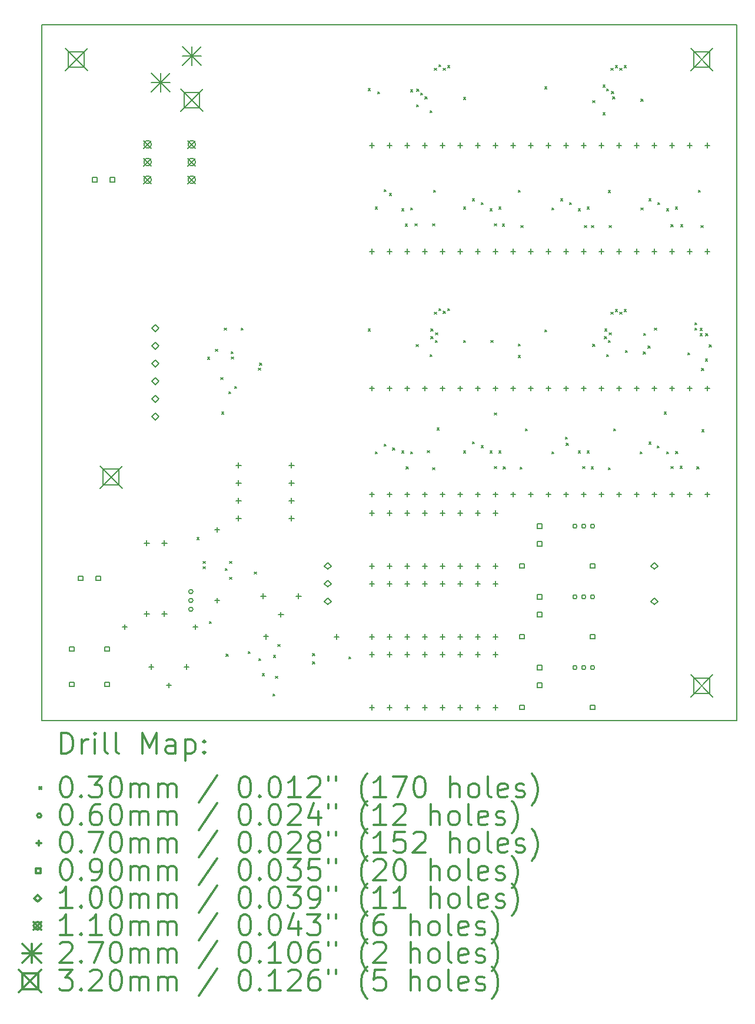
<source format=gbr>
%FSLAX45Y45*%
G04 Gerber Fmt 4.5, Leading zero omitted, Abs format (unit mm)*
G04 Created by KiCad (PCBNEW (5.0.2)-1) date 04/20/19 16:34:49*
%MOMM*%
%LPD*%
G01*
G04 APERTURE LIST*
%ADD10C,0.150000*%
%ADD11C,0.200000*%
%ADD12C,0.300000*%
G04 APERTURE END LIST*
D10*
X25254000Y-15000000D02*
X25254000Y-5000000D01*
X15254000Y-15000000D02*
X25254000Y-15000000D01*
X15254000Y-5000000D02*
X15254000Y-15000000D01*
X25254000Y-5000000D02*
X15254000Y-5000000D01*
D11*
X17485600Y-12367500D02*
X17515600Y-12397500D01*
X17515600Y-12367500D02*
X17485600Y-12397500D01*
X17574500Y-12711360D02*
X17604500Y-12741360D01*
X17604500Y-12711360D02*
X17574500Y-12741360D01*
X17574500Y-12786600D02*
X17604500Y-12816600D01*
X17604500Y-12786600D02*
X17574500Y-12816600D01*
X17638000Y-9776700D02*
X17668000Y-9806700D01*
X17668000Y-9776700D02*
X17638000Y-9806700D01*
X17663400Y-13574000D02*
X17693400Y-13604000D01*
X17693400Y-13574000D02*
X17663400Y-13604000D01*
X17752300Y-9662400D02*
X17782300Y-9692400D01*
X17782300Y-9662400D02*
X17752300Y-9692400D01*
X17828500Y-10068800D02*
X17858500Y-10098800D01*
X17858500Y-10068800D02*
X17828500Y-10098800D01*
X17841200Y-10564100D02*
X17871200Y-10594100D01*
X17871200Y-10564100D02*
X17841200Y-10594100D01*
X17878216Y-9356516D02*
X17908216Y-9386516D01*
X17908216Y-9356516D02*
X17878216Y-9386516D01*
X17892000Y-12812000D02*
X17922000Y-12842000D01*
X17922000Y-12812000D02*
X17892000Y-12842000D01*
X17904700Y-14043900D02*
X17934700Y-14073900D01*
X17934700Y-14043900D02*
X17904700Y-14073900D01*
X17942800Y-10272000D02*
X17972800Y-10302000D01*
X17972800Y-10272000D02*
X17942800Y-10302000D01*
X17955500Y-12710400D02*
X17985500Y-12740400D01*
X17985500Y-12710400D02*
X17955500Y-12740400D01*
X17955500Y-12939000D02*
X17985500Y-12969000D01*
X17985500Y-12939000D02*
X17955500Y-12969000D01*
X17979346Y-9695306D02*
X18009346Y-9725306D01*
X18009346Y-9695306D02*
X17979346Y-9725306D01*
X17980900Y-9772100D02*
X18010900Y-9802100D01*
X18010900Y-9772100D02*
X17980900Y-9802100D01*
X18028620Y-10195800D02*
X18058620Y-10225800D01*
X18058620Y-10195800D02*
X18028620Y-10225800D01*
X18120600Y-9357600D02*
X18150600Y-9387600D01*
X18150600Y-9357600D02*
X18120600Y-9387600D01*
X18222200Y-14005800D02*
X18252200Y-14035800D01*
X18252200Y-14005800D02*
X18222200Y-14035800D01*
X18311100Y-12862800D02*
X18341100Y-12892800D01*
X18341100Y-12862800D02*
X18311100Y-12892800D01*
X18373642Y-9934290D02*
X18403642Y-9964290D01*
X18403642Y-9934290D02*
X18373642Y-9964290D01*
X18374600Y-14107400D02*
X18404600Y-14137400D01*
X18404600Y-14107400D02*
X18374600Y-14137400D01*
X18387300Y-9860300D02*
X18417300Y-9890300D01*
X18417300Y-9860300D02*
X18387300Y-9890300D01*
X18427385Y-14321965D02*
X18457385Y-14351965D01*
X18457385Y-14321965D02*
X18427385Y-14351965D01*
X18577800Y-14615400D02*
X18607800Y-14645400D01*
X18607800Y-14615400D02*
X18577800Y-14645400D01*
X18587880Y-14062429D02*
X18617880Y-14092429D01*
X18617880Y-14062429D02*
X18587880Y-14092429D01*
X18615900Y-14361400D02*
X18645900Y-14391400D01*
X18645900Y-14361400D02*
X18615900Y-14391400D01*
X18652000Y-13904200D02*
X18682000Y-13934200D01*
X18682000Y-13904200D02*
X18652000Y-13934200D01*
X19151426Y-14035000D02*
X19181426Y-14065000D01*
X19181426Y-14035000D02*
X19151426Y-14065000D01*
X19151426Y-14154400D02*
X19181426Y-14184400D01*
X19181426Y-14154400D02*
X19151426Y-14184400D01*
X19670000Y-14082000D02*
X19700000Y-14112000D01*
X19700000Y-14082000D02*
X19670000Y-14112000D01*
X19949400Y-5915900D02*
X19979400Y-5945900D01*
X19979400Y-5915900D02*
X19949400Y-5945900D01*
X19949400Y-9370300D02*
X19979400Y-9400300D01*
X19979400Y-9370300D02*
X19949400Y-9400300D01*
X20051000Y-7617700D02*
X20081000Y-7647700D01*
X20081000Y-7617700D02*
X20051000Y-7647700D01*
X20051000Y-11135600D02*
X20081000Y-11165600D01*
X20081000Y-11135600D02*
X20051000Y-11165600D01*
X20084166Y-5961766D02*
X20114166Y-5991766D01*
X20114166Y-5961766D02*
X20084166Y-5991766D01*
X20178000Y-7367200D02*
X20208000Y-7397200D01*
X20208000Y-7367200D02*
X20178000Y-7397200D01*
X20178000Y-11024800D02*
X20208000Y-11054800D01*
X20208000Y-11024800D02*
X20178000Y-11054800D01*
X20254200Y-7422600D02*
X20284200Y-7452600D01*
X20284200Y-7422600D02*
X20254200Y-7452600D01*
X20303926Y-11080200D02*
X20333926Y-11110200D01*
X20333926Y-11080200D02*
X20303926Y-11110200D01*
X20432000Y-7643100D02*
X20462000Y-7673100D01*
X20462000Y-7643100D02*
X20432000Y-7673100D01*
X20432000Y-11122900D02*
X20462000Y-11152900D01*
X20462000Y-11122900D02*
X20432000Y-11152900D01*
X20484633Y-7862172D02*
X20514633Y-7892172D01*
X20514633Y-7862172D02*
X20484633Y-7892172D01*
X20495500Y-11351500D02*
X20525500Y-11381500D01*
X20525500Y-11351500D02*
X20495500Y-11381500D01*
X20559000Y-7630400D02*
X20589000Y-7660400D01*
X20589000Y-7630400D02*
X20559000Y-7660400D01*
X20559000Y-11135600D02*
X20589000Y-11165600D01*
X20589000Y-11135600D02*
X20559000Y-11165600D01*
X20561686Y-5931566D02*
X20591686Y-5961566D01*
X20591686Y-5931566D02*
X20561686Y-5961566D01*
X20622500Y-7859000D02*
X20652500Y-7889000D01*
X20652500Y-7859000D02*
X20622500Y-7889000D01*
X20642624Y-9593624D02*
X20672624Y-9623624D01*
X20672624Y-9593624D02*
X20642624Y-9623624D01*
X20644476Y-6150318D02*
X20674476Y-6180318D01*
X20674476Y-6150318D02*
X20644476Y-6180318D01*
X20649500Y-5922099D02*
X20679500Y-5952099D01*
X20679500Y-5922099D02*
X20649500Y-5952099D01*
X20705244Y-5977499D02*
X20735244Y-6007499D01*
X20735244Y-5977499D02*
X20705244Y-6007499D01*
X20766817Y-6032899D02*
X20796817Y-6062899D01*
X20796817Y-6032899D02*
X20766817Y-6062899D01*
X20800300Y-11120260D02*
X20830300Y-11150260D01*
X20830300Y-11120260D02*
X20800300Y-11150260D01*
X20838400Y-6233400D02*
X20868400Y-6263400D01*
X20868400Y-6233400D02*
X20838400Y-6263400D01*
X20838400Y-9738600D02*
X20868400Y-9768600D01*
X20868400Y-9738600D02*
X20838400Y-9768600D01*
X20851100Y-9369200D02*
X20881100Y-9399200D01*
X20881100Y-9369200D02*
X20851100Y-9399200D01*
X20854408Y-9480000D02*
X20884408Y-9510000D01*
X20884408Y-9480000D02*
X20854408Y-9510000D01*
X20876500Y-7859000D02*
X20906500Y-7889000D01*
X20906500Y-7859000D02*
X20876500Y-7889000D01*
X20876500Y-11364200D02*
X20906500Y-11394200D01*
X20906500Y-11364200D02*
X20876500Y-11394200D01*
X20889200Y-7376400D02*
X20919200Y-7406400D01*
X20919200Y-7376400D02*
X20889200Y-7406400D01*
X20901900Y-5623800D02*
X20931900Y-5653800D01*
X20931900Y-5623800D02*
X20901900Y-5653800D01*
X20901900Y-9129000D02*
X20931900Y-9159000D01*
X20931900Y-9129000D02*
X20901900Y-9159000D01*
X20914600Y-9535400D02*
X20944600Y-9565400D01*
X20944600Y-9535400D02*
X20914600Y-9565400D01*
X20920152Y-9424600D02*
X20950152Y-9454600D01*
X20950152Y-9424600D02*
X20920152Y-9454600D01*
X20940000Y-10792700D02*
X20970000Y-10822700D01*
X20970000Y-10792700D02*
X20940000Y-10822700D01*
X20965400Y-5573000D02*
X20995400Y-5603000D01*
X20995400Y-5573000D02*
X20965400Y-5603000D01*
X20965400Y-9078200D02*
X20995400Y-9108200D01*
X20995400Y-9078200D02*
X20965400Y-9108200D01*
X21028900Y-5623800D02*
X21058900Y-5653800D01*
X21058900Y-5623800D02*
X21028900Y-5653800D01*
X21029918Y-9116911D02*
X21059918Y-9146911D01*
X21059918Y-9116911D02*
X21029918Y-9146911D01*
X21093418Y-5585089D02*
X21123418Y-5615089D01*
X21123418Y-5585089D02*
X21093418Y-5615089D01*
X21093878Y-9077285D02*
X21123878Y-9107285D01*
X21123878Y-9077285D02*
X21093878Y-9107285D01*
X21321000Y-6042900D02*
X21351000Y-6072900D01*
X21351000Y-6042900D02*
X21321000Y-6072900D01*
X21321000Y-7617700D02*
X21351000Y-7647700D01*
X21351000Y-7617700D02*
X21321000Y-7647700D01*
X21321000Y-9535400D02*
X21351000Y-9565400D01*
X21351000Y-9535400D02*
X21321000Y-9565400D01*
X21321000Y-11122900D02*
X21351000Y-11152900D01*
X21351000Y-11122900D02*
X21321000Y-11152900D01*
X21448000Y-7498186D02*
X21478000Y-7528186D01*
X21478000Y-7498186D02*
X21448000Y-7528186D01*
X21448000Y-10990686D02*
X21478000Y-11020686D01*
X21478000Y-10990686D02*
X21448000Y-11020686D01*
X21574386Y-7553586D02*
X21604386Y-7583586D01*
X21604386Y-7553586D02*
X21574386Y-7583586D01*
X21574386Y-11046086D02*
X21604386Y-11076086D01*
X21604386Y-11046086D02*
X21574386Y-11076086D01*
X21702000Y-7643100D02*
X21732000Y-7673100D01*
X21732000Y-7643100D02*
X21702000Y-7673100D01*
X21702000Y-11122900D02*
X21732000Y-11152900D01*
X21732000Y-11122900D02*
X21702000Y-11152900D01*
X21714700Y-9535400D02*
X21744700Y-9565400D01*
X21744700Y-9535400D02*
X21714700Y-9565400D01*
X21765500Y-7859000D02*
X21795500Y-7889000D01*
X21795500Y-7859000D02*
X21765500Y-7889000D01*
X21765500Y-10576800D02*
X21795500Y-10606800D01*
X21795500Y-10576800D02*
X21765500Y-10606800D01*
X21765500Y-11345904D02*
X21795500Y-11375904D01*
X21795500Y-11345904D02*
X21765500Y-11375904D01*
X21829000Y-7617700D02*
X21859000Y-7647700D01*
X21859000Y-7617700D02*
X21829000Y-7647700D01*
X21829000Y-11122900D02*
X21859000Y-11152900D01*
X21859000Y-11122900D02*
X21829000Y-11152900D01*
X21881633Y-7862172D02*
X21911633Y-7892172D01*
X21911633Y-7862172D02*
X21881633Y-7892172D01*
X21892500Y-11351500D02*
X21922500Y-11381500D01*
X21922500Y-11351500D02*
X21892500Y-11381500D01*
X22108400Y-7376400D02*
X22138400Y-7406400D01*
X22138400Y-7376400D02*
X22108400Y-7406400D01*
X22108400Y-9586200D02*
X22138400Y-9616200D01*
X22138400Y-9586200D02*
X22108400Y-9616200D01*
X22108400Y-9751300D02*
X22138400Y-9781300D01*
X22138400Y-9751300D02*
X22108400Y-9781300D01*
X22135633Y-11354672D02*
X22165633Y-11384672D01*
X22165633Y-11354672D02*
X22135633Y-11384672D01*
X22146500Y-7884400D02*
X22176500Y-7914400D01*
X22176500Y-7884400D02*
X22146500Y-7914400D01*
X22210000Y-10805400D02*
X22240000Y-10835400D01*
X22240000Y-10805400D02*
X22210000Y-10835400D01*
X22489400Y-5890500D02*
X22519400Y-5920500D01*
X22519400Y-5890500D02*
X22489400Y-5920500D01*
X22489400Y-9383000D02*
X22519400Y-9413000D01*
X22519400Y-9383000D02*
X22489400Y-9413000D01*
X22591000Y-7630400D02*
X22621000Y-7660400D01*
X22621000Y-7630400D02*
X22591000Y-7660400D01*
X22591000Y-11135600D02*
X22621000Y-11165600D01*
X22621000Y-11135600D02*
X22591000Y-11165600D01*
X22718000Y-7498186D02*
X22748000Y-7528186D01*
X22748000Y-7498186D02*
X22718000Y-7528186D01*
X22787582Y-10923634D02*
X22817582Y-10953634D01*
X22817582Y-10923634D02*
X22787582Y-10953634D01*
X22797876Y-11012276D02*
X22827876Y-11042276D01*
X22827876Y-11012276D02*
X22797876Y-11042276D01*
X22844386Y-7553586D02*
X22874386Y-7583586D01*
X22874386Y-7553586D02*
X22844386Y-7583586D01*
X22972000Y-7643100D02*
X23002000Y-7673100D01*
X23002000Y-7643100D02*
X22972000Y-7673100D01*
X22972000Y-11122900D02*
X23002000Y-11152900D01*
X23002000Y-11122900D02*
X22972000Y-11152900D01*
X23035500Y-11345904D02*
X23065500Y-11375904D01*
X23065500Y-11345904D02*
X23035500Y-11375904D01*
X23060900Y-7884400D02*
X23090900Y-7914400D01*
X23090900Y-7884400D02*
X23060900Y-7914400D01*
X23099000Y-7617700D02*
X23129000Y-7647700D01*
X23129000Y-7617700D02*
X23099000Y-7647700D01*
X23099000Y-11122900D02*
X23129000Y-11152900D01*
X23129000Y-11122900D02*
X23099000Y-11152900D01*
X23159128Y-11349249D02*
X23189128Y-11379249D01*
X23189128Y-11349249D02*
X23159128Y-11379249D01*
X23162500Y-7884400D02*
X23192500Y-7914400D01*
X23192500Y-7884400D02*
X23162500Y-7914400D01*
X23179800Y-6090724D02*
X23209800Y-6120724D01*
X23209800Y-6090724D02*
X23179800Y-6120724D01*
X23179800Y-9590800D02*
X23209800Y-9620800D01*
X23209800Y-9590800D02*
X23179800Y-9620800D01*
X23327600Y-5865100D02*
X23357600Y-5895100D01*
X23357600Y-5865100D02*
X23327600Y-5895100D01*
X23327600Y-6261638D02*
X23357600Y-6291638D01*
X23357600Y-6261638D02*
X23327600Y-6291638D01*
X23350597Y-9480000D02*
X23380597Y-9510000D01*
X23380597Y-9480000D02*
X23350597Y-9510000D01*
X23353000Y-9369200D02*
X23383000Y-9399200D01*
X23383000Y-9369200D02*
X23353000Y-9399200D01*
X23378400Y-9738600D02*
X23408400Y-9768600D01*
X23408400Y-9738600D02*
X23378400Y-9768600D01*
X23380803Y-5920500D02*
X23410803Y-5950500D01*
X23410803Y-5920500D02*
X23380803Y-5950500D01*
X23403800Y-7378547D02*
X23433800Y-7408547D01*
X23433800Y-7378547D02*
X23403800Y-7408547D01*
X23403800Y-9535400D02*
X23433800Y-9565400D01*
X23433800Y-9535400D02*
X23403800Y-9565400D01*
X23403800Y-11364200D02*
X23433800Y-11394200D01*
X23433800Y-11364200D02*
X23403800Y-11394200D01*
X23416500Y-7884400D02*
X23446500Y-7914400D01*
X23446500Y-7884400D02*
X23416500Y-7914400D01*
X23416500Y-9424600D02*
X23446500Y-9454600D01*
X23446500Y-9424600D02*
X23416500Y-9454600D01*
X23441900Y-5623800D02*
X23471900Y-5653800D01*
X23471900Y-5623800D02*
X23441900Y-5653800D01*
X23441900Y-9129000D02*
X23471900Y-9159000D01*
X23471900Y-9129000D02*
X23441900Y-9159000D01*
X23452029Y-5958600D02*
X23482029Y-5988600D01*
X23482029Y-5958600D02*
X23452029Y-5988600D01*
X23467723Y-6032185D02*
X23497723Y-6062185D01*
X23497723Y-6032185D02*
X23467723Y-6062185D01*
X23480000Y-10805400D02*
X23510000Y-10835400D01*
X23510000Y-10805400D02*
X23480000Y-10835400D01*
X23506418Y-5585089D02*
X23536418Y-5615089D01*
X23536418Y-5585089D02*
X23506418Y-5615089D01*
X23506418Y-9090289D02*
X23536418Y-9120289D01*
X23536418Y-9090289D02*
X23506418Y-9120289D01*
X23570378Y-5624715D02*
X23600378Y-5654715D01*
X23600378Y-5624715D02*
X23570378Y-5654715D01*
X23570378Y-9129916D02*
X23600378Y-9159916D01*
X23600378Y-9129916D02*
X23570378Y-9159916D01*
X23634065Y-5584653D02*
X23664065Y-5614653D01*
X23664065Y-5584653D02*
X23634065Y-5614653D01*
X23634065Y-9089853D02*
X23664065Y-9119853D01*
X23664065Y-9089853D02*
X23634065Y-9119853D01*
X23648836Y-9678836D02*
X23678836Y-9708836D01*
X23678836Y-9678836D02*
X23648836Y-9708836D01*
X23861000Y-11135600D02*
X23891000Y-11165600D01*
X23891000Y-11135600D02*
X23861000Y-11165600D01*
X23873700Y-6068300D02*
X23903700Y-6098300D01*
X23903700Y-6068300D02*
X23873700Y-6098300D01*
X23873700Y-7630400D02*
X23903700Y-7660400D01*
X23903700Y-7630400D02*
X23873700Y-7660400D01*
X23907600Y-9700500D02*
X23937600Y-9730500D01*
X23937600Y-9700500D02*
X23907600Y-9730500D01*
X23911800Y-9433800D02*
X23941800Y-9463800D01*
X23941800Y-9433800D02*
X23911800Y-9463800D01*
X23975300Y-9615722D02*
X24005300Y-9645722D01*
X24005300Y-9615722D02*
X23975300Y-9645722D01*
X23988000Y-7498186D02*
X24018000Y-7528186D01*
X24018000Y-7498186D02*
X23988000Y-7528186D01*
X23988000Y-10995900D02*
X24018000Y-11025900D01*
X24018000Y-10995900D02*
X23988000Y-11025900D01*
X24068800Y-9358131D02*
X24098800Y-9388131D01*
X24098800Y-9358131D02*
X24068800Y-9388131D01*
X24108036Y-11052436D02*
X24138036Y-11082436D01*
X24138036Y-11052436D02*
X24108036Y-11082436D01*
X24114386Y-7553586D02*
X24144386Y-7583586D01*
X24144386Y-7553586D02*
X24114386Y-7583586D01*
X24210500Y-10564100D02*
X24240500Y-10594100D01*
X24240500Y-10564100D02*
X24210500Y-10594100D01*
X24242000Y-7643100D02*
X24272000Y-7673100D01*
X24272000Y-7643100D02*
X24242000Y-7673100D01*
X24242000Y-11135600D02*
X24272000Y-11165600D01*
X24272000Y-11135600D02*
X24242000Y-11165600D01*
X24305500Y-7871700D02*
X24335500Y-7901700D01*
X24335500Y-7871700D02*
X24305500Y-7901700D01*
X24305500Y-11345904D02*
X24335500Y-11375904D01*
X24335500Y-11345904D02*
X24305500Y-11375904D01*
X24369000Y-7617700D02*
X24399000Y-7647700D01*
X24399000Y-7617700D02*
X24369000Y-7647700D01*
X24375350Y-11129250D02*
X24405350Y-11159250D01*
X24405350Y-11129250D02*
X24375350Y-11159250D01*
X24436140Y-11341332D02*
X24466140Y-11371332D01*
X24466140Y-11341332D02*
X24436140Y-11371332D01*
X24445200Y-7871700D02*
X24475200Y-7901700D01*
X24475200Y-7871700D02*
X24445200Y-7901700D01*
X24546800Y-9713200D02*
X24576800Y-9743200D01*
X24576800Y-9713200D02*
X24546800Y-9743200D01*
X24648400Y-9281400D02*
X24678400Y-9311400D01*
X24678400Y-9281400D02*
X24648400Y-9311400D01*
X24649929Y-9359129D02*
X24679929Y-9389129D01*
X24679929Y-9359129D02*
X24649929Y-9389129D01*
X24680240Y-11351620D02*
X24710240Y-11381620D01*
X24710240Y-11351620D02*
X24680240Y-11381620D01*
X24699200Y-7376400D02*
X24729200Y-7406400D01*
X24729200Y-7376400D02*
X24699200Y-7406400D01*
X24727485Y-9359921D02*
X24757485Y-9389921D01*
X24757485Y-9359921D02*
X24727485Y-9389921D01*
X24727600Y-9438154D02*
X24757600Y-9468154D01*
X24757600Y-9438154D02*
X24727600Y-9468154D01*
X24737300Y-7884400D02*
X24767300Y-7914400D01*
X24767300Y-7884400D02*
X24737300Y-7914400D01*
X24745201Y-9937002D02*
X24775201Y-9967002D01*
X24775201Y-9937002D02*
X24745201Y-9967002D01*
X24750000Y-10818100D02*
X24780000Y-10848100D01*
X24780000Y-10818100D02*
X24750000Y-10848100D01*
X24801278Y-9802578D02*
X24831278Y-9832578D01*
X24831278Y-9802578D02*
X24801278Y-9832578D01*
X24806561Y-9437540D02*
X24836561Y-9467540D01*
X24836561Y-9437540D02*
X24806561Y-9467540D01*
X24856600Y-9598900D02*
X24886600Y-9628900D01*
X24886600Y-9598900D02*
X24856600Y-9628900D01*
X17429000Y-13144500D02*
G75*
G03X17429000Y-13144500I-30000J0D01*
G01*
X17429000Y-13271500D02*
G75*
G03X17429000Y-13271500I-30000J0D01*
G01*
X17429000Y-13398500D02*
G75*
G03X17429000Y-13398500I-30000J0D01*
G01*
X22953500Y-12204700D02*
G75*
G03X22953500Y-12204700I-30000J0D01*
G01*
X23080500Y-12204700D02*
G75*
G03X23080500Y-12204700I-30000J0D01*
G01*
X23207500Y-12204700D02*
G75*
G03X23207500Y-12204700I-30000J0D01*
G01*
X22953500Y-14236700D02*
G75*
G03X22953500Y-14236700I-30000J0D01*
G01*
X23080500Y-14236700D02*
G75*
G03X23080500Y-14236700I-30000J0D01*
G01*
X23207500Y-14236700D02*
G75*
G03X23207500Y-14236700I-30000J0D01*
G01*
X22953500Y-13220700D02*
G75*
G03X22953500Y-13220700I-30000J0D01*
G01*
X23080500Y-13220700D02*
G75*
G03X23080500Y-13220700I-30000J0D01*
G01*
X23207500Y-13220700D02*
G75*
G03X23207500Y-13220700I-30000J0D01*
G01*
X20002500Y-14011200D02*
X20002500Y-14081200D01*
X19967500Y-14046200D02*
X20037500Y-14046200D01*
X20002500Y-14773200D02*
X20002500Y-14843200D01*
X19967500Y-14808200D02*
X20037500Y-14808200D01*
X20256500Y-14011200D02*
X20256500Y-14081200D01*
X20221500Y-14046200D02*
X20291500Y-14046200D01*
X20256500Y-14773200D02*
X20256500Y-14843200D01*
X20221500Y-14808200D02*
X20291500Y-14808200D01*
X20510500Y-14011200D02*
X20510500Y-14081200D01*
X20475500Y-14046200D02*
X20545500Y-14046200D01*
X20510500Y-14773200D02*
X20510500Y-14843200D01*
X20475500Y-14808200D02*
X20545500Y-14808200D01*
X20764500Y-14011200D02*
X20764500Y-14081200D01*
X20729500Y-14046200D02*
X20799500Y-14046200D01*
X20764500Y-14773200D02*
X20764500Y-14843200D01*
X20729500Y-14808200D02*
X20799500Y-14808200D01*
X21018500Y-14011200D02*
X21018500Y-14081200D01*
X20983500Y-14046200D02*
X21053500Y-14046200D01*
X21018500Y-14773200D02*
X21018500Y-14843200D01*
X20983500Y-14808200D02*
X21053500Y-14808200D01*
X21272500Y-14011200D02*
X21272500Y-14081200D01*
X21237500Y-14046200D02*
X21307500Y-14046200D01*
X21272500Y-14773200D02*
X21272500Y-14843200D01*
X21237500Y-14808200D02*
X21307500Y-14808200D01*
X21526500Y-14011200D02*
X21526500Y-14081200D01*
X21491500Y-14046200D02*
X21561500Y-14046200D01*
X21526500Y-14773200D02*
X21526500Y-14843200D01*
X21491500Y-14808200D02*
X21561500Y-14808200D01*
X21780500Y-14011200D02*
X21780500Y-14081200D01*
X21745500Y-14046200D02*
X21815500Y-14046200D01*
X21780500Y-14773200D02*
X21780500Y-14843200D01*
X21745500Y-14808200D02*
X21815500Y-14808200D01*
X20002500Y-10188500D02*
X20002500Y-10258500D01*
X19967500Y-10223500D02*
X20037500Y-10223500D01*
X20002500Y-11712500D02*
X20002500Y-11782500D01*
X19967500Y-11747500D02*
X20037500Y-11747500D01*
X20256500Y-10188500D02*
X20256500Y-10258500D01*
X20221500Y-10223500D02*
X20291500Y-10223500D01*
X20256500Y-11712500D02*
X20256500Y-11782500D01*
X20221500Y-11747500D02*
X20291500Y-11747500D01*
X20510500Y-10188500D02*
X20510500Y-10258500D01*
X20475500Y-10223500D02*
X20545500Y-10223500D01*
X20510500Y-11712500D02*
X20510500Y-11782500D01*
X20475500Y-11747500D02*
X20545500Y-11747500D01*
X20764500Y-10188500D02*
X20764500Y-10258500D01*
X20729500Y-10223500D02*
X20799500Y-10223500D01*
X20764500Y-11712500D02*
X20764500Y-11782500D01*
X20729500Y-11747500D02*
X20799500Y-11747500D01*
X21018500Y-10188500D02*
X21018500Y-10258500D01*
X20983500Y-10223500D02*
X21053500Y-10223500D01*
X21018500Y-11712500D02*
X21018500Y-11782500D01*
X20983500Y-11747500D02*
X21053500Y-11747500D01*
X20002500Y-11979200D02*
X20002500Y-12049200D01*
X19967500Y-12014200D02*
X20037500Y-12014200D01*
X20002500Y-12741200D02*
X20002500Y-12811200D01*
X19967500Y-12776200D02*
X20037500Y-12776200D01*
X20256500Y-11979200D02*
X20256500Y-12049200D01*
X20221500Y-12014200D02*
X20291500Y-12014200D01*
X20256500Y-12741200D02*
X20256500Y-12811200D01*
X20221500Y-12776200D02*
X20291500Y-12776200D01*
X20510500Y-11979200D02*
X20510500Y-12049200D01*
X20475500Y-12014200D02*
X20545500Y-12014200D01*
X20510500Y-12741200D02*
X20510500Y-12811200D01*
X20475500Y-12776200D02*
X20545500Y-12776200D01*
X20764500Y-11979200D02*
X20764500Y-12049200D01*
X20729500Y-12014200D02*
X20799500Y-12014200D01*
X20764500Y-12741200D02*
X20764500Y-12811200D01*
X20729500Y-12776200D02*
X20799500Y-12776200D01*
X21018500Y-11979200D02*
X21018500Y-12049200D01*
X20983500Y-12014200D02*
X21053500Y-12014200D01*
X21018500Y-12741200D02*
X21018500Y-12811200D01*
X20983500Y-12776200D02*
X21053500Y-12776200D01*
X21272500Y-11979200D02*
X21272500Y-12049200D01*
X21237500Y-12014200D02*
X21307500Y-12014200D01*
X21272500Y-12741200D02*
X21272500Y-12811200D01*
X21237500Y-12776200D02*
X21307500Y-12776200D01*
X21526500Y-11979200D02*
X21526500Y-12049200D01*
X21491500Y-12014200D02*
X21561500Y-12014200D01*
X21526500Y-12741200D02*
X21526500Y-12811200D01*
X21491500Y-12776200D02*
X21561500Y-12776200D01*
X21780500Y-11979200D02*
X21780500Y-12049200D01*
X21745500Y-12014200D02*
X21815500Y-12014200D01*
X21780500Y-12741200D02*
X21780500Y-12811200D01*
X21745500Y-12776200D02*
X21815500Y-12776200D01*
X17779492Y-13236396D02*
X17779492Y-13306396D01*
X17744492Y-13271396D02*
X17814492Y-13271396D01*
X17779746Y-12220448D02*
X17779746Y-12290448D01*
X17744746Y-12255448D02*
X17814746Y-12255448D01*
X23812500Y-6696000D02*
X23812500Y-6766000D01*
X23777500Y-6731000D02*
X23847500Y-6731000D01*
X23812500Y-8220000D02*
X23812500Y-8290000D01*
X23777500Y-8255000D02*
X23847500Y-8255000D01*
X24066500Y-6696000D02*
X24066500Y-6766000D01*
X24031500Y-6731000D02*
X24101500Y-6731000D01*
X24066500Y-8220000D02*
X24066500Y-8290000D01*
X24031500Y-8255000D02*
X24101500Y-8255000D01*
X24320500Y-6696000D02*
X24320500Y-6766000D01*
X24285500Y-6731000D02*
X24355500Y-6731000D01*
X24320500Y-8220000D02*
X24320500Y-8290000D01*
X24285500Y-8255000D02*
X24355500Y-8255000D01*
X24574500Y-6696000D02*
X24574500Y-6766000D01*
X24539500Y-6731000D02*
X24609500Y-6731000D01*
X24574500Y-8220000D02*
X24574500Y-8290000D01*
X24539500Y-8255000D02*
X24609500Y-8255000D01*
X24828500Y-6696000D02*
X24828500Y-6766000D01*
X24793500Y-6731000D02*
X24863500Y-6731000D01*
X24828500Y-8220000D02*
X24828500Y-8290000D01*
X24793500Y-8255000D02*
X24863500Y-8255000D01*
X20002500Y-12995200D02*
X20002500Y-13065200D01*
X19967500Y-13030200D02*
X20037500Y-13030200D01*
X20002500Y-13757200D02*
X20002500Y-13827200D01*
X19967500Y-13792200D02*
X20037500Y-13792200D01*
X20256500Y-12995200D02*
X20256500Y-13065200D01*
X20221500Y-13030200D02*
X20291500Y-13030200D01*
X20256500Y-13757200D02*
X20256500Y-13827200D01*
X20221500Y-13792200D02*
X20291500Y-13792200D01*
X20510500Y-12995200D02*
X20510500Y-13065200D01*
X20475500Y-13030200D02*
X20545500Y-13030200D01*
X20510500Y-13757200D02*
X20510500Y-13827200D01*
X20475500Y-13792200D02*
X20545500Y-13792200D01*
X20764500Y-12995200D02*
X20764500Y-13065200D01*
X20729500Y-13030200D02*
X20799500Y-13030200D01*
X20764500Y-13757200D02*
X20764500Y-13827200D01*
X20729500Y-13792200D02*
X20799500Y-13792200D01*
X21018500Y-12995200D02*
X21018500Y-13065200D01*
X20983500Y-13030200D02*
X21053500Y-13030200D01*
X21018500Y-13757200D02*
X21018500Y-13827200D01*
X20983500Y-13792200D02*
X21053500Y-13792200D01*
X21272500Y-12995200D02*
X21272500Y-13065200D01*
X21237500Y-13030200D02*
X21307500Y-13030200D01*
X21272500Y-13757200D02*
X21272500Y-13827200D01*
X21237500Y-13792200D02*
X21307500Y-13792200D01*
X21526500Y-12995200D02*
X21526500Y-13065200D01*
X21491500Y-13030200D02*
X21561500Y-13030200D01*
X21526500Y-13757200D02*
X21526500Y-13827200D01*
X21491500Y-13792200D02*
X21561500Y-13792200D01*
X21780500Y-12995200D02*
X21780500Y-13065200D01*
X21745500Y-13030200D02*
X21815500Y-13030200D01*
X21780500Y-13757200D02*
X21780500Y-13827200D01*
X21745500Y-13792200D02*
X21815500Y-13792200D01*
X16764000Y-13427000D02*
X16764000Y-13497000D01*
X16729000Y-13462000D02*
X16799000Y-13462000D01*
X16764254Y-12411052D02*
X16764254Y-12481052D01*
X16729254Y-12446052D02*
X16799254Y-12446052D01*
X21272500Y-6696000D02*
X21272500Y-6766000D01*
X21237500Y-6731000D02*
X21307500Y-6731000D01*
X21272500Y-8220000D02*
X21272500Y-8290000D01*
X21237500Y-8255000D02*
X21307500Y-8255000D01*
X21526500Y-6696000D02*
X21526500Y-6766000D01*
X21491500Y-6731000D02*
X21561500Y-6731000D01*
X21526500Y-8220000D02*
X21526500Y-8290000D01*
X21491500Y-8255000D02*
X21561500Y-8255000D01*
X21780500Y-6696000D02*
X21780500Y-6766000D01*
X21745500Y-6731000D02*
X21815500Y-6731000D01*
X21780500Y-8220000D02*
X21780500Y-8290000D01*
X21745500Y-8255000D02*
X21815500Y-8255000D01*
X22034500Y-6696000D02*
X22034500Y-6766000D01*
X21999500Y-6731000D02*
X22069500Y-6731000D01*
X22034500Y-8220000D02*
X22034500Y-8290000D01*
X21999500Y-8255000D02*
X22069500Y-8255000D01*
X22288500Y-6696000D02*
X22288500Y-6766000D01*
X22253500Y-6731000D02*
X22323500Y-6731000D01*
X22288500Y-8220000D02*
X22288500Y-8290000D01*
X22253500Y-8255000D02*
X22323500Y-8255000D01*
X18440400Y-13173000D02*
X18440400Y-13243000D01*
X18405400Y-13208000D02*
X18475400Y-13208000D01*
X18694400Y-13439700D02*
X18694400Y-13509700D01*
X18659400Y-13474700D02*
X18729400Y-13474700D01*
X18948400Y-13173000D02*
X18948400Y-13243000D01*
X18913400Y-13208000D02*
X18983400Y-13208000D01*
X22541900Y-10188500D02*
X22541900Y-10258500D01*
X22506900Y-10223500D02*
X22576900Y-10223500D01*
X22541900Y-11712500D02*
X22541900Y-11782500D01*
X22506900Y-11747500D02*
X22576900Y-11747500D01*
X22795900Y-10188500D02*
X22795900Y-10258500D01*
X22760900Y-10223500D02*
X22830900Y-10223500D01*
X22795900Y-11712500D02*
X22795900Y-11782500D01*
X22760900Y-11747500D02*
X22830900Y-11747500D01*
X23049900Y-10188500D02*
X23049900Y-10258500D01*
X23014900Y-10223500D02*
X23084900Y-10223500D01*
X23049900Y-11712500D02*
X23049900Y-11782500D01*
X23014900Y-11747500D02*
X23084900Y-11747500D01*
X23303900Y-10188500D02*
X23303900Y-10258500D01*
X23268900Y-10223500D02*
X23338900Y-10223500D01*
X23303900Y-11712500D02*
X23303900Y-11782500D01*
X23268900Y-11747500D02*
X23338900Y-11747500D01*
X23557900Y-10188500D02*
X23557900Y-10258500D01*
X23522900Y-10223500D02*
X23592900Y-10223500D01*
X23557900Y-11712500D02*
X23557900Y-11782500D01*
X23522900Y-11747500D02*
X23592900Y-11747500D01*
X17018254Y-13427052D02*
X17018254Y-13497052D01*
X16983254Y-13462052D02*
X17053254Y-13462052D01*
X17018508Y-12411104D02*
X17018508Y-12481104D01*
X16983508Y-12446104D02*
X17053508Y-12446104D01*
X16446500Y-13617500D02*
X16446500Y-13687500D01*
X16411500Y-13652500D02*
X16481500Y-13652500D01*
X17462448Y-13617754D02*
X17462448Y-13687754D01*
X17427448Y-13652754D02*
X17497448Y-13652754D01*
X21272500Y-10188500D02*
X21272500Y-10258500D01*
X21237500Y-10223500D02*
X21307500Y-10223500D01*
X21272500Y-11712500D02*
X21272500Y-11782500D01*
X21237500Y-11747500D02*
X21307500Y-11747500D01*
X21526500Y-10188500D02*
X21526500Y-10258500D01*
X21491500Y-10223500D02*
X21561500Y-10223500D01*
X21526500Y-11712500D02*
X21526500Y-11782500D01*
X21491500Y-11747500D02*
X21561500Y-11747500D01*
X21780500Y-10188500D02*
X21780500Y-10258500D01*
X21745500Y-10223500D02*
X21815500Y-10223500D01*
X21780500Y-11712500D02*
X21780500Y-11782500D01*
X21745500Y-11747500D02*
X21815500Y-11747500D01*
X22034500Y-10188500D02*
X22034500Y-10258500D01*
X21999500Y-10223500D02*
X22069500Y-10223500D01*
X22034500Y-11712500D02*
X22034500Y-11782500D01*
X21999500Y-11747500D02*
X22069500Y-11747500D01*
X22288500Y-10188500D02*
X22288500Y-10258500D01*
X22253500Y-10223500D02*
X22323500Y-10223500D01*
X22288500Y-11712500D02*
X22288500Y-11782500D01*
X22253500Y-11747500D02*
X22323500Y-11747500D01*
X23812500Y-10188500D02*
X23812500Y-10258500D01*
X23777500Y-10223500D02*
X23847500Y-10223500D01*
X23812500Y-11712500D02*
X23812500Y-11782500D01*
X23777500Y-11747500D02*
X23847500Y-11747500D01*
X24066500Y-10188500D02*
X24066500Y-10258500D01*
X24031500Y-10223500D02*
X24101500Y-10223500D01*
X24066500Y-11712500D02*
X24066500Y-11782500D01*
X24031500Y-11747500D02*
X24101500Y-11747500D01*
X24320500Y-10188500D02*
X24320500Y-10258500D01*
X24285500Y-10223500D02*
X24355500Y-10223500D01*
X24320500Y-11712500D02*
X24320500Y-11782500D01*
X24285500Y-11747500D02*
X24355500Y-11747500D01*
X24574500Y-10188500D02*
X24574500Y-10258500D01*
X24539500Y-10223500D02*
X24609500Y-10223500D01*
X24574500Y-11712500D02*
X24574500Y-11782500D01*
X24539500Y-11747500D02*
X24609500Y-11747500D01*
X24828500Y-10188500D02*
X24828500Y-10258500D01*
X24793500Y-10223500D02*
X24863500Y-10223500D01*
X24828500Y-11712500D02*
X24828500Y-11782500D01*
X24793500Y-11747500D02*
X24863500Y-11747500D01*
X20002500Y-6696000D02*
X20002500Y-6766000D01*
X19967500Y-6731000D02*
X20037500Y-6731000D01*
X20002500Y-8220000D02*
X20002500Y-8290000D01*
X19967500Y-8255000D02*
X20037500Y-8255000D01*
X20256500Y-6696000D02*
X20256500Y-6766000D01*
X20221500Y-6731000D02*
X20291500Y-6731000D01*
X20256500Y-8220000D02*
X20256500Y-8290000D01*
X20221500Y-8255000D02*
X20291500Y-8255000D01*
X20510500Y-6696000D02*
X20510500Y-6766000D01*
X20475500Y-6731000D02*
X20545500Y-6731000D01*
X20510500Y-8220000D02*
X20510500Y-8290000D01*
X20475500Y-8255000D02*
X20545500Y-8255000D01*
X20764500Y-6696000D02*
X20764500Y-6766000D01*
X20729500Y-6731000D02*
X20799500Y-6731000D01*
X20764500Y-8220000D02*
X20764500Y-8290000D01*
X20729500Y-8255000D02*
X20799500Y-8255000D01*
X21018500Y-6696000D02*
X21018500Y-6766000D01*
X20983500Y-6731000D02*
X21053500Y-6731000D01*
X21018500Y-8220000D02*
X21018500Y-8290000D01*
X20983500Y-8255000D02*
X21053500Y-8255000D01*
X18478552Y-13756946D02*
X18478552Y-13826946D01*
X18443552Y-13791946D02*
X18513552Y-13791946D01*
X19494500Y-13757200D02*
X19494500Y-13827200D01*
X19459500Y-13792200D02*
X19529500Y-13792200D01*
X18084800Y-11293400D02*
X18084800Y-11363400D01*
X18049800Y-11328400D02*
X18119800Y-11328400D01*
X18084800Y-11547400D02*
X18084800Y-11617400D01*
X18049800Y-11582400D02*
X18119800Y-11582400D01*
X18084800Y-11801400D02*
X18084800Y-11871400D01*
X18049800Y-11836400D02*
X18119800Y-11836400D01*
X18084800Y-12055400D02*
X18084800Y-12125400D01*
X18049800Y-12090400D02*
X18119800Y-12090400D01*
X18846800Y-11293400D02*
X18846800Y-11363400D01*
X18811800Y-11328400D02*
X18881800Y-11328400D01*
X18846800Y-11547400D02*
X18846800Y-11617400D01*
X18811800Y-11582400D02*
X18881800Y-11582400D01*
X18846800Y-11801400D02*
X18846800Y-11871400D01*
X18811800Y-11836400D02*
X18881800Y-11836400D01*
X18846800Y-12055400D02*
X18846800Y-12125400D01*
X18811800Y-12090400D02*
X18881800Y-12090400D01*
X16827500Y-14189000D02*
X16827500Y-14259000D01*
X16792500Y-14224000D02*
X16862500Y-14224000D01*
X17081500Y-14455700D02*
X17081500Y-14525700D01*
X17046500Y-14490700D02*
X17116500Y-14490700D01*
X17335500Y-14189000D02*
X17335500Y-14259000D01*
X17300500Y-14224000D02*
X17370500Y-14224000D01*
X22542500Y-6696000D02*
X22542500Y-6766000D01*
X22507500Y-6731000D02*
X22577500Y-6731000D01*
X22542500Y-8220000D02*
X22542500Y-8290000D01*
X22507500Y-8255000D02*
X22577500Y-8255000D01*
X22796500Y-6696000D02*
X22796500Y-6766000D01*
X22761500Y-6731000D02*
X22831500Y-6731000D01*
X22796500Y-8220000D02*
X22796500Y-8290000D01*
X22761500Y-8255000D02*
X22831500Y-8255000D01*
X23050500Y-6696000D02*
X23050500Y-6766000D01*
X23015500Y-6731000D02*
X23085500Y-6731000D01*
X23050500Y-8220000D02*
X23050500Y-8290000D01*
X23015500Y-8255000D02*
X23085500Y-8255000D01*
X23304500Y-6696000D02*
X23304500Y-6766000D01*
X23269500Y-6731000D02*
X23339500Y-6731000D01*
X23304500Y-8220000D02*
X23304500Y-8290000D01*
X23269500Y-8255000D02*
X23339500Y-8255000D01*
X23558500Y-6696000D02*
X23558500Y-6766000D01*
X23523500Y-6731000D02*
X23593500Y-6731000D01*
X23558500Y-8220000D02*
X23558500Y-8290000D01*
X23523500Y-8255000D02*
X23593500Y-8255000D01*
X16046520Y-7258120D02*
X16046520Y-7194480D01*
X15982880Y-7194480D01*
X15982880Y-7258120D01*
X16046520Y-7258120D01*
X16300520Y-7258120D02*
X16300520Y-7194480D01*
X16236880Y-7194480D01*
X16236880Y-7258120D01*
X16300520Y-7258120D01*
X22447320Y-14268520D02*
X22447320Y-14204880D01*
X22383680Y-14204880D01*
X22383680Y-14268520D01*
X22447320Y-14268520D01*
X22447320Y-14522520D02*
X22447320Y-14458880D01*
X22383680Y-14458880D01*
X22383680Y-14522520D01*
X22447320Y-14522520D01*
X22447320Y-13252520D02*
X22447320Y-13188880D01*
X22383680Y-13188880D01*
X22383680Y-13252520D01*
X22447320Y-13252520D01*
X22447320Y-13506520D02*
X22447320Y-13442880D01*
X22383680Y-13442880D01*
X22383680Y-13506520D01*
X22447320Y-13506520D01*
X15716320Y-14001820D02*
X15716320Y-13938180D01*
X15652680Y-13938180D01*
X15652680Y-14001820D01*
X15716320Y-14001820D01*
X15716320Y-14509820D02*
X15716320Y-14446180D01*
X15652680Y-14446180D01*
X15652680Y-14509820D01*
X15716320Y-14509820D01*
X16224320Y-14001820D02*
X16224320Y-13938180D01*
X16160680Y-13938180D01*
X16160680Y-14001820D01*
X16224320Y-14001820D01*
X16224320Y-14509820D02*
X16224320Y-14446180D01*
X16160680Y-14446180D01*
X16160680Y-14509820D01*
X16224320Y-14509820D01*
X22447320Y-12236520D02*
X22447320Y-12172880D01*
X22383680Y-12172880D01*
X22383680Y-12236520D01*
X22447320Y-12236520D01*
X22447320Y-12490520D02*
X22447320Y-12426880D01*
X22383680Y-12426880D01*
X22383680Y-12490520D01*
X22447320Y-12490520D01*
X22193372Y-12807766D02*
X22193372Y-12744126D01*
X22129732Y-12744126D01*
X22129732Y-12807766D01*
X22193372Y-12807766D01*
X23209320Y-12808020D02*
X23209320Y-12744380D01*
X23145680Y-12744380D01*
X23145680Y-12808020D01*
X23209320Y-12808020D01*
X15843320Y-12985820D02*
X15843320Y-12922180D01*
X15779680Y-12922180D01*
X15779680Y-12985820D01*
X15843320Y-12985820D01*
X16097320Y-12985820D02*
X16097320Y-12922180D01*
X16033680Y-12922180D01*
X16033680Y-12985820D01*
X16097320Y-12985820D01*
X22193372Y-13823766D02*
X22193372Y-13760126D01*
X22129732Y-13760126D01*
X22129732Y-13823766D01*
X22193372Y-13823766D01*
X23209320Y-13824020D02*
X23209320Y-13760380D01*
X23145680Y-13760380D01*
X23145680Y-13824020D01*
X23209320Y-13824020D01*
X22193320Y-14840020D02*
X22193320Y-14776380D01*
X22129680Y-14776380D01*
X22129680Y-14840020D01*
X22193320Y-14840020D01*
X23209268Y-14840274D02*
X23209268Y-14776634D01*
X23145628Y-14776634D01*
X23145628Y-14840274D01*
X23209268Y-14840274D01*
X24066500Y-13334200D02*
X24116500Y-13284200D01*
X24066500Y-13234200D01*
X24016500Y-13284200D01*
X24066500Y-13334200D01*
X16891000Y-9409900D02*
X16941000Y-9359900D01*
X16891000Y-9309900D01*
X16841000Y-9359900D01*
X16891000Y-9409900D01*
X16891000Y-9663900D02*
X16941000Y-9613900D01*
X16891000Y-9563900D01*
X16841000Y-9613900D01*
X16891000Y-9663900D01*
X16891000Y-9917900D02*
X16941000Y-9867900D01*
X16891000Y-9817900D01*
X16841000Y-9867900D01*
X16891000Y-9917900D01*
X16891000Y-10171900D02*
X16941000Y-10121900D01*
X16891000Y-10071900D01*
X16841000Y-10121900D01*
X16891000Y-10171900D01*
X16891000Y-10425900D02*
X16941000Y-10375900D01*
X16891000Y-10325900D01*
X16841000Y-10375900D01*
X16891000Y-10425900D01*
X16891000Y-10679900D02*
X16941000Y-10629900D01*
X16891000Y-10579900D01*
X16841000Y-10629900D01*
X16891000Y-10679900D01*
X24066500Y-12826200D02*
X24116500Y-12776200D01*
X24066500Y-12726200D01*
X24016500Y-12776200D01*
X24066500Y-12826200D01*
X19367500Y-12826200D02*
X19417500Y-12776200D01*
X19367500Y-12726200D01*
X19317500Y-12776200D01*
X19367500Y-12826200D01*
X19367500Y-13080200D02*
X19417500Y-13030200D01*
X19367500Y-12980200D01*
X19317500Y-13030200D01*
X19367500Y-13080200D01*
X19367500Y-13334200D02*
X19417500Y-13284200D01*
X19367500Y-13234200D01*
X19317500Y-13284200D01*
X19367500Y-13334200D01*
X17356700Y-6663300D02*
X17466700Y-6773300D01*
X17466700Y-6663300D02*
X17356700Y-6773300D01*
X17466700Y-6718300D02*
G75*
G03X17466700Y-6718300I-55000J0D01*
G01*
X17356700Y-6917300D02*
X17466700Y-7027300D01*
X17466700Y-6917300D02*
X17356700Y-7027300D01*
X17466700Y-6972300D02*
G75*
G03X17466700Y-6972300I-55000J0D01*
G01*
X17356700Y-7171300D02*
X17466700Y-7281300D01*
X17466700Y-7171300D02*
X17356700Y-7281300D01*
X17466700Y-7226300D02*
G75*
G03X17466700Y-7226300I-55000J0D01*
G01*
X16721700Y-6663300D02*
X16831700Y-6773300D01*
X16831700Y-6663300D02*
X16721700Y-6773300D01*
X16831700Y-6718300D02*
G75*
G03X16831700Y-6718300I-55000J0D01*
G01*
X16721700Y-6917300D02*
X16831700Y-7027300D01*
X16831700Y-6917300D02*
X16721700Y-7027300D01*
X16831700Y-6972300D02*
G75*
G03X16831700Y-6972300I-55000J0D01*
G01*
X16721700Y-7171300D02*
X16831700Y-7281300D01*
X16831700Y-7171300D02*
X16721700Y-7281300D01*
X16831700Y-7226300D02*
G75*
G03X16831700Y-7226300I-55000J0D01*
G01*
X16832200Y-5694300D02*
X17102200Y-5964300D01*
X17102200Y-5694300D02*
X16832200Y-5964300D01*
X16967200Y-5694300D02*
X16967200Y-5964300D01*
X16832200Y-5829300D02*
X17102200Y-5829300D01*
X17276700Y-5313300D02*
X17546700Y-5583300D01*
X17546700Y-5313300D02*
X17276700Y-5583300D01*
X17411700Y-5313300D02*
X17411700Y-5583300D01*
X17276700Y-5448300D02*
X17546700Y-5448300D01*
X15590000Y-5340000D02*
X15910000Y-5660000D01*
X15910000Y-5340000D02*
X15590000Y-5660000D01*
X15863138Y-5613138D02*
X15863138Y-5386862D01*
X15636862Y-5386862D01*
X15636862Y-5613138D01*
X15863138Y-5613138D01*
X17251700Y-5923300D02*
X17571700Y-6243300D01*
X17571700Y-5923300D02*
X17251700Y-6243300D01*
X17524838Y-6196438D02*
X17524838Y-5970162D01*
X17298562Y-5970162D01*
X17298562Y-6196438D01*
X17524838Y-6196438D01*
X24590000Y-5340000D02*
X24910000Y-5660000D01*
X24910000Y-5340000D02*
X24590000Y-5660000D01*
X24863138Y-5613138D02*
X24863138Y-5386862D01*
X24636862Y-5386862D01*
X24636862Y-5613138D01*
X24863138Y-5613138D01*
X24590000Y-14340000D02*
X24910000Y-14660000D01*
X24910000Y-14340000D02*
X24590000Y-14660000D01*
X24863138Y-14613138D02*
X24863138Y-14386862D01*
X24636862Y-14386862D01*
X24636862Y-14613138D01*
X24863138Y-14613138D01*
X16090000Y-11340000D02*
X16410000Y-11660000D01*
X16410000Y-11340000D02*
X16090000Y-11660000D01*
X16363138Y-11613138D02*
X16363138Y-11386862D01*
X16136862Y-11386862D01*
X16136862Y-11613138D01*
X16363138Y-11613138D01*
D12*
X15532928Y-15473214D02*
X15532928Y-15173214D01*
X15604357Y-15173214D01*
X15647214Y-15187500D01*
X15675786Y-15216071D01*
X15690071Y-15244643D01*
X15704357Y-15301786D01*
X15704357Y-15344643D01*
X15690071Y-15401786D01*
X15675786Y-15430357D01*
X15647214Y-15458929D01*
X15604357Y-15473214D01*
X15532928Y-15473214D01*
X15832928Y-15473214D02*
X15832928Y-15273214D01*
X15832928Y-15330357D02*
X15847214Y-15301786D01*
X15861500Y-15287500D01*
X15890071Y-15273214D01*
X15918643Y-15273214D01*
X16018643Y-15473214D02*
X16018643Y-15273214D01*
X16018643Y-15173214D02*
X16004357Y-15187500D01*
X16018643Y-15201786D01*
X16032928Y-15187500D01*
X16018643Y-15173214D01*
X16018643Y-15201786D01*
X16204357Y-15473214D02*
X16175786Y-15458929D01*
X16161500Y-15430357D01*
X16161500Y-15173214D01*
X16361500Y-15473214D02*
X16332928Y-15458929D01*
X16318643Y-15430357D01*
X16318643Y-15173214D01*
X16704357Y-15473214D02*
X16704357Y-15173214D01*
X16804357Y-15387500D01*
X16904357Y-15173214D01*
X16904357Y-15473214D01*
X17175786Y-15473214D02*
X17175786Y-15316071D01*
X17161500Y-15287500D01*
X17132928Y-15273214D01*
X17075786Y-15273214D01*
X17047214Y-15287500D01*
X17175786Y-15458929D02*
X17147214Y-15473214D01*
X17075786Y-15473214D01*
X17047214Y-15458929D01*
X17032928Y-15430357D01*
X17032928Y-15401786D01*
X17047214Y-15373214D01*
X17075786Y-15358929D01*
X17147214Y-15358929D01*
X17175786Y-15344643D01*
X17318643Y-15273214D02*
X17318643Y-15573214D01*
X17318643Y-15287500D02*
X17347214Y-15273214D01*
X17404357Y-15273214D01*
X17432928Y-15287500D01*
X17447214Y-15301786D01*
X17461500Y-15330357D01*
X17461500Y-15416071D01*
X17447214Y-15444643D01*
X17432928Y-15458929D01*
X17404357Y-15473214D01*
X17347214Y-15473214D01*
X17318643Y-15458929D01*
X17590071Y-15444643D02*
X17604357Y-15458929D01*
X17590071Y-15473214D01*
X17575786Y-15458929D01*
X17590071Y-15444643D01*
X17590071Y-15473214D01*
X17590071Y-15287500D02*
X17604357Y-15301786D01*
X17590071Y-15316071D01*
X17575786Y-15301786D01*
X17590071Y-15287500D01*
X17590071Y-15316071D01*
X15216500Y-15952500D02*
X15246500Y-15982500D01*
X15246500Y-15952500D02*
X15216500Y-15982500D01*
X15590071Y-15803214D02*
X15618643Y-15803214D01*
X15647214Y-15817500D01*
X15661500Y-15831786D01*
X15675786Y-15860357D01*
X15690071Y-15917500D01*
X15690071Y-15988929D01*
X15675786Y-16046071D01*
X15661500Y-16074643D01*
X15647214Y-16088929D01*
X15618643Y-16103214D01*
X15590071Y-16103214D01*
X15561500Y-16088929D01*
X15547214Y-16074643D01*
X15532928Y-16046071D01*
X15518643Y-15988929D01*
X15518643Y-15917500D01*
X15532928Y-15860357D01*
X15547214Y-15831786D01*
X15561500Y-15817500D01*
X15590071Y-15803214D01*
X15818643Y-16074643D02*
X15832928Y-16088929D01*
X15818643Y-16103214D01*
X15804357Y-16088929D01*
X15818643Y-16074643D01*
X15818643Y-16103214D01*
X15932928Y-15803214D02*
X16118643Y-15803214D01*
X16018643Y-15917500D01*
X16061500Y-15917500D01*
X16090071Y-15931786D01*
X16104357Y-15946071D01*
X16118643Y-15974643D01*
X16118643Y-16046071D01*
X16104357Y-16074643D01*
X16090071Y-16088929D01*
X16061500Y-16103214D01*
X15975786Y-16103214D01*
X15947214Y-16088929D01*
X15932928Y-16074643D01*
X16304357Y-15803214D02*
X16332928Y-15803214D01*
X16361500Y-15817500D01*
X16375786Y-15831786D01*
X16390071Y-15860357D01*
X16404357Y-15917500D01*
X16404357Y-15988929D01*
X16390071Y-16046071D01*
X16375786Y-16074643D01*
X16361500Y-16088929D01*
X16332928Y-16103214D01*
X16304357Y-16103214D01*
X16275786Y-16088929D01*
X16261500Y-16074643D01*
X16247214Y-16046071D01*
X16232928Y-15988929D01*
X16232928Y-15917500D01*
X16247214Y-15860357D01*
X16261500Y-15831786D01*
X16275786Y-15817500D01*
X16304357Y-15803214D01*
X16532928Y-16103214D02*
X16532928Y-15903214D01*
X16532928Y-15931786D02*
X16547214Y-15917500D01*
X16575786Y-15903214D01*
X16618643Y-15903214D01*
X16647214Y-15917500D01*
X16661500Y-15946071D01*
X16661500Y-16103214D01*
X16661500Y-15946071D02*
X16675786Y-15917500D01*
X16704357Y-15903214D01*
X16747214Y-15903214D01*
X16775786Y-15917500D01*
X16790071Y-15946071D01*
X16790071Y-16103214D01*
X16932928Y-16103214D02*
X16932928Y-15903214D01*
X16932928Y-15931786D02*
X16947214Y-15917500D01*
X16975786Y-15903214D01*
X17018643Y-15903214D01*
X17047214Y-15917500D01*
X17061500Y-15946071D01*
X17061500Y-16103214D01*
X17061500Y-15946071D02*
X17075786Y-15917500D01*
X17104357Y-15903214D01*
X17147214Y-15903214D01*
X17175786Y-15917500D01*
X17190071Y-15946071D01*
X17190071Y-16103214D01*
X17775786Y-15788929D02*
X17518643Y-16174643D01*
X18161500Y-15803214D02*
X18190071Y-15803214D01*
X18218643Y-15817500D01*
X18232928Y-15831786D01*
X18247214Y-15860357D01*
X18261500Y-15917500D01*
X18261500Y-15988929D01*
X18247214Y-16046071D01*
X18232928Y-16074643D01*
X18218643Y-16088929D01*
X18190071Y-16103214D01*
X18161500Y-16103214D01*
X18132928Y-16088929D01*
X18118643Y-16074643D01*
X18104357Y-16046071D01*
X18090071Y-15988929D01*
X18090071Y-15917500D01*
X18104357Y-15860357D01*
X18118643Y-15831786D01*
X18132928Y-15817500D01*
X18161500Y-15803214D01*
X18390071Y-16074643D02*
X18404357Y-16088929D01*
X18390071Y-16103214D01*
X18375786Y-16088929D01*
X18390071Y-16074643D01*
X18390071Y-16103214D01*
X18590071Y-15803214D02*
X18618643Y-15803214D01*
X18647214Y-15817500D01*
X18661500Y-15831786D01*
X18675786Y-15860357D01*
X18690071Y-15917500D01*
X18690071Y-15988929D01*
X18675786Y-16046071D01*
X18661500Y-16074643D01*
X18647214Y-16088929D01*
X18618643Y-16103214D01*
X18590071Y-16103214D01*
X18561500Y-16088929D01*
X18547214Y-16074643D01*
X18532928Y-16046071D01*
X18518643Y-15988929D01*
X18518643Y-15917500D01*
X18532928Y-15860357D01*
X18547214Y-15831786D01*
X18561500Y-15817500D01*
X18590071Y-15803214D01*
X18975786Y-16103214D02*
X18804357Y-16103214D01*
X18890071Y-16103214D02*
X18890071Y-15803214D01*
X18861500Y-15846071D01*
X18832928Y-15874643D01*
X18804357Y-15888929D01*
X19090071Y-15831786D02*
X19104357Y-15817500D01*
X19132928Y-15803214D01*
X19204357Y-15803214D01*
X19232928Y-15817500D01*
X19247214Y-15831786D01*
X19261500Y-15860357D01*
X19261500Y-15888929D01*
X19247214Y-15931786D01*
X19075786Y-16103214D01*
X19261500Y-16103214D01*
X19375786Y-15803214D02*
X19375786Y-15860357D01*
X19490071Y-15803214D02*
X19490071Y-15860357D01*
X19932928Y-16217500D02*
X19918643Y-16203214D01*
X19890071Y-16160357D01*
X19875786Y-16131786D01*
X19861500Y-16088929D01*
X19847214Y-16017500D01*
X19847214Y-15960357D01*
X19861500Y-15888929D01*
X19875786Y-15846071D01*
X19890071Y-15817500D01*
X19918643Y-15774643D01*
X19932928Y-15760357D01*
X20204357Y-16103214D02*
X20032928Y-16103214D01*
X20118643Y-16103214D02*
X20118643Y-15803214D01*
X20090071Y-15846071D01*
X20061500Y-15874643D01*
X20032928Y-15888929D01*
X20304357Y-15803214D02*
X20504357Y-15803214D01*
X20375786Y-16103214D01*
X20675786Y-15803214D02*
X20704357Y-15803214D01*
X20732928Y-15817500D01*
X20747214Y-15831786D01*
X20761500Y-15860357D01*
X20775786Y-15917500D01*
X20775786Y-15988929D01*
X20761500Y-16046071D01*
X20747214Y-16074643D01*
X20732928Y-16088929D01*
X20704357Y-16103214D01*
X20675786Y-16103214D01*
X20647214Y-16088929D01*
X20632928Y-16074643D01*
X20618643Y-16046071D01*
X20604357Y-15988929D01*
X20604357Y-15917500D01*
X20618643Y-15860357D01*
X20632928Y-15831786D01*
X20647214Y-15817500D01*
X20675786Y-15803214D01*
X21132928Y-16103214D02*
X21132928Y-15803214D01*
X21261500Y-16103214D02*
X21261500Y-15946071D01*
X21247214Y-15917500D01*
X21218643Y-15903214D01*
X21175786Y-15903214D01*
X21147214Y-15917500D01*
X21132928Y-15931786D01*
X21447214Y-16103214D02*
X21418643Y-16088929D01*
X21404357Y-16074643D01*
X21390071Y-16046071D01*
X21390071Y-15960357D01*
X21404357Y-15931786D01*
X21418643Y-15917500D01*
X21447214Y-15903214D01*
X21490071Y-15903214D01*
X21518643Y-15917500D01*
X21532928Y-15931786D01*
X21547214Y-15960357D01*
X21547214Y-16046071D01*
X21532928Y-16074643D01*
X21518643Y-16088929D01*
X21490071Y-16103214D01*
X21447214Y-16103214D01*
X21718643Y-16103214D02*
X21690071Y-16088929D01*
X21675786Y-16060357D01*
X21675786Y-15803214D01*
X21947214Y-16088929D02*
X21918643Y-16103214D01*
X21861500Y-16103214D01*
X21832928Y-16088929D01*
X21818643Y-16060357D01*
X21818643Y-15946071D01*
X21832928Y-15917500D01*
X21861500Y-15903214D01*
X21918643Y-15903214D01*
X21947214Y-15917500D01*
X21961500Y-15946071D01*
X21961500Y-15974643D01*
X21818643Y-16003214D01*
X22075786Y-16088929D02*
X22104357Y-16103214D01*
X22161500Y-16103214D01*
X22190071Y-16088929D01*
X22204357Y-16060357D01*
X22204357Y-16046071D01*
X22190071Y-16017500D01*
X22161500Y-16003214D01*
X22118643Y-16003214D01*
X22090071Y-15988929D01*
X22075786Y-15960357D01*
X22075786Y-15946071D01*
X22090071Y-15917500D01*
X22118643Y-15903214D01*
X22161500Y-15903214D01*
X22190071Y-15917500D01*
X22304357Y-16217500D02*
X22318643Y-16203214D01*
X22347214Y-16160357D01*
X22361500Y-16131786D01*
X22375786Y-16088929D01*
X22390071Y-16017500D01*
X22390071Y-15960357D01*
X22375786Y-15888929D01*
X22361500Y-15846071D01*
X22347214Y-15817500D01*
X22318643Y-15774643D01*
X22304357Y-15760357D01*
X15246500Y-16363500D02*
G75*
G03X15246500Y-16363500I-30000J0D01*
G01*
X15590071Y-16199214D02*
X15618643Y-16199214D01*
X15647214Y-16213500D01*
X15661500Y-16227786D01*
X15675786Y-16256357D01*
X15690071Y-16313500D01*
X15690071Y-16384929D01*
X15675786Y-16442071D01*
X15661500Y-16470643D01*
X15647214Y-16484929D01*
X15618643Y-16499214D01*
X15590071Y-16499214D01*
X15561500Y-16484929D01*
X15547214Y-16470643D01*
X15532928Y-16442071D01*
X15518643Y-16384929D01*
X15518643Y-16313500D01*
X15532928Y-16256357D01*
X15547214Y-16227786D01*
X15561500Y-16213500D01*
X15590071Y-16199214D01*
X15818643Y-16470643D02*
X15832928Y-16484929D01*
X15818643Y-16499214D01*
X15804357Y-16484929D01*
X15818643Y-16470643D01*
X15818643Y-16499214D01*
X16090071Y-16199214D02*
X16032928Y-16199214D01*
X16004357Y-16213500D01*
X15990071Y-16227786D01*
X15961500Y-16270643D01*
X15947214Y-16327786D01*
X15947214Y-16442071D01*
X15961500Y-16470643D01*
X15975786Y-16484929D01*
X16004357Y-16499214D01*
X16061500Y-16499214D01*
X16090071Y-16484929D01*
X16104357Y-16470643D01*
X16118643Y-16442071D01*
X16118643Y-16370643D01*
X16104357Y-16342071D01*
X16090071Y-16327786D01*
X16061500Y-16313500D01*
X16004357Y-16313500D01*
X15975786Y-16327786D01*
X15961500Y-16342071D01*
X15947214Y-16370643D01*
X16304357Y-16199214D02*
X16332928Y-16199214D01*
X16361500Y-16213500D01*
X16375786Y-16227786D01*
X16390071Y-16256357D01*
X16404357Y-16313500D01*
X16404357Y-16384929D01*
X16390071Y-16442071D01*
X16375786Y-16470643D01*
X16361500Y-16484929D01*
X16332928Y-16499214D01*
X16304357Y-16499214D01*
X16275786Y-16484929D01*
X16261500Y-16470643D01*
X16247214Y-16442071D01*
X16232928Y-16384929D01*
X16232928Y-16313500D01*
X16247214Y-16256357D01*
X16261500Y-16227786D01*
X16275786Y-16213500D01*
X16304357Y-16199214D01*
X16532928Y-16499214D02*
X16532928Y-16299214D01*
X16532928Y-16327786D02*
X16547214Y-16313500D01*
X16575786Y-16299214D01*
X16618643Y-16299214D01*
X16647214Y-16313500D01*
X16661500Y-16342071D01*
X16661500Y-16499214D01*
X16661500Y-16342071D02*
X16675786Y-16313500D01*
X16704357Y-16299214D01*
X16747214Y-16299214D01*
X16775786Y-16313500D01*
X16790071Y-16342071D01*
X16790071Y-16499214D01*
X16932928Y-16499214D02*
X16932928Y-16299214D01*
X16932928Y-16327786D02*
X16947214Y-16313500D01*
X16975786Y-16299214D01*
X17018643Y-16299214D01*
X17047214Y-16313500D01*
X17061500Y-16342071D01*
X17061500Y-16499214D01*
X17061500Y-16342071D02*
X17075786Y-16313500D01*
X17104357Y-16299214D01*
X17147214Y-16299214D01*
X17175786Y-16313500D01*
X17190071Y-16342071D01*
X17190071Y-16499214D01*
X17775786Y-16184929D02*
X17518643Y-16570643D01*
X18161500Y-16199214D02*
X18190071Y-16199214D01*
X18218643Y-16213500D01*
X18232928Y-16227786D01*
X18247214Y-16256357D01*
X18261500Y-16313500D01*
X18261500Y-16384929D01*
X18247214Y-16442071D01*
X18232928Y-16470643D01*
X18218643Y-16484929D01*
X18190071Y-16499214D01*
X18161500Y-16499214D01*
X18132928Y-16484929D01*
X18118643Y-16470643D01*
X18104357Y-16442071D01*
X18090071Y-16384929D01*
X18090071Y-16313500D01*
X18104357Y-16256357D01*
X18118643Y-16227786D01*
X18132928Y-16213500D01*
X18161500Y-16199214D01*
X18390071Y-16470643D02*
X18404357Y-16484929D01*
X18390071Y-16499214D01*
X18375786Y-16484929D01*
X18390071Y-16470643D01*
X18390071Y-16499214D01*
X18590071Y-16199214D02*
X18618643Y-16199214D01*
X18647214Y-16213500D01*
X18661500Y-16227786D01*
X18675786Y-16256357D01*
X18690071Y-16313500D01*
X18690071Y-16384929D01*
X18675786Y-16442071D01*
X18661500Y-16470643D01*
X18647214Y-16484929D01*
X18618643Y-16499214D01*
X18590071Y-16499214D01*
X18561500Y-16484929D01*
X18547214Y-16470643D01*
X18532928Y-16442071D01*
X18518643Y-16384929D01*
X18518643Y-16313500D01*
X18532928Y-16256357D01*
X18547214Y-16227786D01*
X18561500Y-16213500D01*
X18590071Y-16199214D01*
X18804357Y-16227786D02*
X18818643Y-16213500D01*
X18847214Y-16199214D01*
X18918643Y-16199214D01*
X18947214Y-16213500D01*
X18961500Y-16227786D01*
X18975786Y-16256357D01*
X18975786Y-16284929D01*
X18961500Y-16327786D01*
X18790071Y-16499214D01*
X18975786Y-16499214D01*
X19232928Y-16299214D02*
X19232928Y-16499214D01*
X19161500Y-16184929D02*
X19090071Y-16399214D01*
X19275786Y-16399214D01*
X19375786Y-16199214D02*
X19375786Y-16256357D01*
X19490071Y-16199214D02*
X19490071Y-16256357D01*
X19932928Y-16613500D02*
X19918643Y-16599214D01*
X19890071Y-16556357D01*
X19875786Y-16527786D01*
X19861500Y-16484929D01*
X19847214Y-16413500D01*
X19847214Y-16356357D01*
X19861500Y-16284929D01*
X19875786Y-16242071D01*
X19890071Y-16213500D01*
X19918643Y-16170643D01*
X19932928Y-16156357D01*
X20204357Y-16499214D02*
X20032928Y-16499214D01*
X20118643Y-16499214D02*
X20118643Y-16199214D01*
X20090071Y-16242071D01*
X20061500Y-16270643D01*
X20032928Y-16284929D01*
X20318643Y-16227786D02*
X20332928Y-16213500D01*
X20361500Y-16199214D01*
X20432928Y-16199214D01*
X20461500Y-16213500D01*
X20475786Y-16227786D01*
X20490071Y-16256357D01*
X20490071Y-16284929D01*
X20475786Y-16327786D01*
X20304357Y-16499214D01*
X20490071Y-16499214D01*
X20847214Y-16499214D02*
X20847214Y-16199214D01*
X20975786Y-16499214D02*
X20975786Y-16342071D01*
X20961500Y-16313500D01*
X20932928Y-16299214D01*
X20890071Y-16299214D01*
X20861500Y-16313500D01*
X20847214Y-16327786D01*
X21161500Y-16499214D02*
X21132928Y-16484929D01*
X21118643Y-16470643D01*
X21104357Y-16442071D01*
X21104357Y-16356357D01*
X21118643Y-16327786D01*
X21132928Y-16313500D01*
X21161500Y-16299214D01*
X21204357Y-16299214D01*
X21232928Y-16313500D01*
X21247214Y-16327786D01*
X21261500Y-16356357D01*
X21261500Y-16442071D01*
X21247214Y-16470643D01*
X21232928Y-16484929D01*
X21204357Y-16499214D01*
X21161500Y-16499214D01*
X21432928Y-16499214D02*
X21404357Y-16484929D01*
X21390071Y-16456357D01*
X21390071Y-16199214D01*
X21661500Y-16484929D02*
X21632928Y-16499214D01*
X21575786Y-16499214D01*
X21547214Y-16484929D01*
X21532928Y-16456357D01*
X21532928Y-16342071D01*
X21547214Y-16313500D01*
X21575786Y-16299214D01*
X21632928Y-16299214D01*
X21661500Y-16313500D01*
X21675786Y-16342071D01*
X21675786Y-16370643D01*
X21532928Y-16399214D01*
X21790071Y-16484929D02*
X21818643Y-16499214D01*
X21875786Y-16499214D01*
X21904357Y-16484929D01*
X21918643Y-16456357D01*
X21918643Y-16442071D01*
X21904357Y-16413500D01*
X21875786Y-16399214D01*
X21832928Y-16399214D01*
X21804357Y-16384929D01*
X21790071Y-16356357D01*
X21790071Y-16342071D01*
X21804357Y-16313500D01*
X21832928Y-16299214D01*
X21875786Y-16299214D01*
X21904357Y-16313500D01*
X22018643Y-16613500D02*
X22032928Y-16599214D01*
X22061500Y-16556357D01*
X22075786Y-16527786D01*
X22090071Y-16484929D01*
X22104357Y-16413500D01*
X22104357Y-16356357D01*
X22090071Y-16284929D01*
X22075786Y-16242071D01*
X22061500Y-16213500D01*
X22032928Y-16170643D01*
X22018643Y-16156357D01*
X15211500Y-16724500D02*
X15211500Y-16794500D01*
X15176500Y-16759500D02*
X15246500Y-16759500D01*
X15590071Y-16595214D02*
X15618643Y-16595214D01*
X15647214Y-16609500D01*
X15661500Y-16623786D01*
X15675786Y-16652357D01*
X15690071Y-16709500D01*
X15690071Y-16780929D01*
X15675786Y-16838072D01*
X15661500Y-16866643D01*
X15647214Y-16880929D01*
X15618643Y-16895214D01*
X15590071Y-16895214D01*
X15561500Y-16880929D01*
X15547214Y-16866643D01*
X15532928Y-16838072D01*
X15518643Y-16780929D01*
X15518643Y-16709500D01*
X15532928Y-16652357D01*
X15547214Y-16623786D01*
X15561500Y-16609500D01*
X15590071Y-16595214D01*
X15818643Y-16866643D02*
X15832928Y-16880929D01*
X15818643Y-16895214D01*
X15804357Y-16880929D01*
X15818643Y-16866643D01*
X15818643Y-16895214D01*
X15932928Y-16595214D02*
X16132928Y-16595214D01*
X16004357Y-16895214D01*
X16304357Y-16595214D02*
X16332928Y-16595214D01*
X16361500Y-16609500D01*
X16375786Y-16623786D01*
X16390071Y-16652357D01*
X16404357Y-16709500D01*
X16404357Y-16780929D01*
X16390071Y-16838072D01*
X16375786Y-16866643D01*
X16361500Y-16880929D01*
X16332928Y-16895214D01*
X16304357Y-16895214D01*
X16275786Y-16880929D01*
X16261500Y-16866643D01*
X16247214Y-16838072D01*
X16232928Y-16780929D01*
X16232928Y-16709500D01*
X16247214Y-16652357D01*
X16261500Y-16623786D01*
X16275786Y-16609500D01*
X16304357Y-16595214D01*
X16532928Y-16895214D02*
X16532928Y-16695214D01*
X16532928Y-16723786D02*
X16547214Y-16709500D01*
X16575786Y-16695214D01*
X16618643Y-16695214D01*
X16647214Y-16709500D01*
X16661500Y-16738071D01*
X16661500Y-16895214D01*
X16661500Y-16738071D02*
X16675786Y-16709500D01*
X16704357Y-16695214D01*
X16747214Y-16695214D01*
X16775786Y-16709500D01*
X16790071Y-16738071D01*
X16790071Y-16895214D01*
X16932928Y-16895214D02*
X16932928Y-16695214D01*
X16932928Y-16723786D02*
X16947214Y-16709500D01*
X16975786Y-16695214D01*
X17018643Y-16695214D01*
X17047214Y-16709500D01*
X17061500Y-16738071D01*
X17061500Y-16895214D01*
X17061500Y-16738071D02*
X17075786Y-16709500D01*
X17104357Y-16695214D01*
X17147214Y-16695214D01*
X17175786Y-16709500D01*
X17190071Y-16738071D01*
X17190071Y-16895214D01*
X17775786Y-16580929D02*
X17518643Y-16966643D01*
X18161500Y-16595214D02*
X18190071Y-16595214D01*
X18218643Y-16609500D01*
X18232928Y-16623786D01*
X18247214Y-16652357D01*
X18261500Y-16709500D01*
X18261500Y-16780929D01*
X18247214Y-16838072D01*
X18232928Y-16866643D01*
X18218643Y-16880929D01*
X18190071Y-16895214D01*
X18161500Y-16895214D01*
X18132928Y-16880929D01*
X18118643Y-16866643D01*
X18104357Y-16838072D01*
X18090071Y-16780929D01*
X18090071Y-16709500D01*
X18104357Y-16652357D01*
X18118643Y-16623786D01*
X18132928Y-16609500D01*
X18161500Y-16595214D01*
X18390071Y-16866643D02*
X18404357Y-16880929D01*
X18390071Y-16895214D01*
X18375786Y-16880929D01*
X18390071Y-16866643D01*
X18390071Y-16895214D01*
X18590071Y-16595214D02*
X18618643Y-16595214D01*
X18647214Y-16609500D01*
X18661500Y-16623786D01*
X18675786Y-16652357D01*
X18690071Y-16709500D01*
X18690071Y-16780929D01*
X18675786Y-16838072D01*
X18661500Y-16866643D01*
X18647214Y-16880929D01*
X18618643Y-16895214D01*
X18590071Y-16895214D01*
X18561500Y-16880929D01*
X18547214Y-16866643D01*
X18532928Y-16838072D01*
X18518643Y-16780929D01*
X18518643Y-16709500D01*
X18532928Y-16652357D01*
X18547214Y-16623786D01*
X18561500Y-16609500D01*
X18590071Y-16595214D01*
X18804357Y-16623786D02*
X18818643Y-16609500D01*
X18847214Y-16595214D01*
X18918643Y-16595214D01*
X18947214Y-16609500D01*
X18961500Y-16623786D01*
X18975786Y-16652357D01*
X18975786Y-16680929D01*
X18961500Y-16723786D01*
X18790071Y-16895214D01*
X18975786Y-16895214D01*
X19147214Y-16723786D02*
X19118643Y-16709500D01*
X19104357Y-16695214D01*
X19090071Y-16666643D01*
X19090071Y-16652357D01*
X19104357Y-16623786D01*
X19118643Y-16609500D01*
X19147214Y-16595214D01*
X19204357Y-16595214D01*
X19232928Y-16609500D01*
X19247214Y-16623786D01*
X19261500Y-16652357D01*
X19261500Y-16666643D01*
X19247214Y-16695214D01*
X19232928Y-16709500D01*
X19204357Y-16723786D01*
X19147214Y-16723786D01*
X19118643Y-16738071D01*
X19104357Y-16752357D01*
X19090071Y-16780929D01*
X19090071Y-16838072D01*
X19104357Y-16866643D01*
X19118643Y-16880929D01*
X19147214Y-16895214D01*
X19204357Y-16895214D01*
X19232928Y-16880929D01*
X19247214Y-16866643D01*
X19261500Y-16838072D01*
X19261500Y-16780929D01*
X19247214Y-16752357D01*
X19232928Y-16738071D01*
X19204357Y-16723786D01*
X19375786Y-16595214D02*
X19375786Y-16652357D01*
X19490071Y-16595214D02*
X19490071Y-16652357D01*
X19932928Y-17009500D02*
X19918643Y-16995214D01*
X19890071Y-16952357D01*
X19875786Y-16923786D01*
X19861500Y-16880929D01*
X19847214Y-16809500D01*
X19847214Y-16752357D01*
X19861500Y-16680929D01*
X19875786Y-16638071D01*
X19890071Y-16609500D01*
X19918643Y-16566643D01*
X19932928Y-16552357D01*
X20204357Y-16895214D02*
X20032928Y-16895214D01*
X20118643Y-16895214D02*
X20118643Y-16595214D01*
X20090071Y-16638071D01*
X20061500Y-16666643D01*
X20032928Y-16680929D01*
X20475786Y-16595214D02*
X20332928Y-16595214D01*
X20318643Y-16738071D01*
X20332928Y-16723786D01*
X20361500Y-16709500D01*
X20432928Y-16709500D01*
X20461500Y-16723786D01*
X20475786Y-16738071D01*
X20490071Y-16766643D01*
X20490071Y-16838072D01*
X20475786Y-16866643D01*
X20461500Y-16880929D01*
X20432928Y-16895214D01*
X20361500Y-16895214D01*
X20332928Y-16880929D01*
X20318643Y-16866643D01*
X20604357Y-16623786D02*
X20618643Y-16609500D01*
X20647214Y-16595214D01*
X20718643Y-16595214D01*
X20747214Y-16609500D01*
X20761500Y-16623786D01*
X20775786Y-16652357D01*
X20775786Y-16680929D01*
X20761500Y-16723786D01*
X20590071Y-16895214D01*
X20775786Y-16895214D01*
X21132928Y-16895214D02*
X21132928Y-16595214D01*
X21261500Y-16895214D02*
X21261500Y-16738071D01*
X21247214Y-16709500D01*
X21218643Y-16695214D01*
X21175786Y-16695214D01*
X21147214Y-16709500D01*
X21132928Y-16723786D01*
X21447214Y-16895214D02*
X21418643Y-16880929D01*
X21404357Y-16866643D01*
X21390071Y-16838072D01*
X21390071Y-16752357D01*
X21404357Y-16723786D01*
X21418643Y-16709500D01*
X21447214Y-16695214D01*
X21490071Y-16695214D01*
X21518643Y-16709500D01*
X21532928Y-16723786D01*
X21547214Y-16752357D01*
X21547214Y-16838072D01*
X21532928Y-16866643D01*
X21518643Y-16880929D01*
X21490071Y-16895214D01*
X21447214Y-16895214D01*
X21718643Y-16895214D02*
X21690071Y-16880929D01*
X21675786Y-16852357D01*
X21675786Y-16595214D01*
X21947214Y-16880929D02*
X21918643Y-16895214D01*
X21861500Y-16895214D01*
X21832928Y-16880929D01*
X21818643Y-16852357D01*
X21818643Y-16738071D01*
X21832928Y-16709500D01*
X21861500Y-16695214D01*
X21918643Y-16695214D01*
X21947214Y-16709500D01*
X21961500Y-16738071D01*
X21961500Y-16766643D01*
X21818643Y-16795214D01*
X22075786Y-16880929D02*
X22104357Y-16895214D01*
X22161500Y-16895214D01*
X22190071Y-16880929D01*
X22204357Y-16852357D01*
X22204357Y-16838072D01*
X22190071Y-16809500D01*
X22161500Y-16795214D01*
X22118643Y-16795214D01*
X22090071Y-16780929D01*
X22075786Y-16752357D01*
X22075786Y-16738071D01*
X22090071Y-16709500D01*
X22118643Y-16695214D01*
X22161500Y-16695214D01*
X22190071Y-16709500D01*
X22304357Y-17009500D02*
X22318643Y-16995214D01*
X22347214Y-16952357D01*
X22361500Y-16923786D01*
X22375786Y-16880929D01*
X22390071Y-16809500D01*
X22390071Y-16752357D01*
X22375786Y-16680929D01*
X22361500Y-16638071D01*
X22347214Y-16609500D01*
X22318643Y-16566643D01*
X22304357Y-16552357D01*
X15233320Y-17187320D02*
X15233320Y-17123680D01*
X15169680Y-17123680D01*
X15169680Y-17187320D01*
X15233320Y-17187320D01*
X15590071Y-16991214D02*
X15618643Y-16991214D01*
X15647214Y-17005500D01*
X15661500Y-17019786D01*
X15675786Y-17048357D01*
X15690071Y-17105500D01*
X15690071Y-17176929D01*
X15675786Y-17234072D01*
X15661500Y-17262643D01*
X15647214Y-17276929D01*
X15618643Y-17291214D01*
X15590071Y-17291214D01*
X15561500Y-17276929D01*
X15547214Y-17262643D01*
X15532928Y-17234072D01*
X15518643Y-17176929D01*
X15518643Y-17105500D01*
X15532928Y-17048357D01*
X15547214Y-17019786D01*
X15561500Y-17005500D01*
X15590071Y-16991214D01*
X15818643Y-17262643D02*
X15832928Y-17276929D01*
X15818643Y-17291214D01*
X15804357Y-17276929D01*
X15818643Y-17262643D01*
X15818643Y-17291214D01*
X15975786Y-17291214D02*
X16032928Y-17291214D01*
X16061500Y-17276929D01*
X16075786Y-17262643D01*
X16104357Y-17219786D01*
X16118643Y-17162643D01*
X16118643Y-17048357D01*
X16104357Y-17019786D01*
X16090071Y-17005500D01*
X16061500Y-16991214D01*
X16004357Y-16991214D01*
X15975786Y-17005500D01*
X15961500Y-17019786D01*
X15947214Y-17048357D01*
X15947214Y-17119786D01*
X15961500Y-17148357D01*
X15975786Y-17162643D01*
X16004357Y-17176929D01*
X16061500Y-17176929D01*
X16090071Y-17162643D01*
X16104357Y-17148357D01*
X16118643Y-17119786D01*
X16304357Y-16991214D02*
X16332928Y-16991214D01*
X16361500Y-17005500D01*
X16375786Y-17019786D01*
X16390071Y-17048357D01*
X16404357Y-17105500D01*
X16404357Y-17176929D01*
X16390071Y-17234072D01*
X16375786Y-17262643D01*
X16361500Y-17276929D01*
X16332928Y-17291214D01*
X16304357Y-17291214D01*
X16275786Y-17276929D01*
X16261500Y-17262643D01*
X16247214Y-17234072D01*
X16232928Y-17176929D01*
X16232928Y-17105500D01*
X16247214Y-17048357D01*
X16261500Y-17019786D01*
X16275786Y-17005500D01*
X16304357Y-16991214D01*
X16532928Y-17291214D02*
X16532928Y-17091214D01*
X16532928Y-17119786D02*
X16547214Y-17105500D01*
X16575786Y-17091214D01*
X16618643Y-17091214D01*
X16647214Y-17105500D01*
X16661500Y-17134072D01*
X16661500Y-17291214D01*
X16661500Y-17134072D02*
X16675786Y-17105500D01*
X16704357Y-17091214D01*
X16747214Y-17091214D01*
X16775786Y-17105500D01*
X16790071Y-17134072D01*
X16790071Y-17291214D01*
X16932928Y-17291214D02*
X16932928Y-17091214D01*
X16932928Y-17119786D02*
X16947214Y-17105500D01*
X16975786Y-17091214D01*
X17018643Y-17091214D01*
X17047214Y-17105500D01*
X17061500Y-17134072D01*
X17061500Y-17291214D01*
X17061500Y-17134072D02*
X17075786Y-17105500D01*
X17104357Y-17091214D01*
X17147214Y-17091214D01*
X17175786Y-17105500D01*
X17190071Y-17134072D01*
X17190071Y-17291214D01*
X17775786Y-16976929D02*
X17518643Y-17362643D01*
X18161500Y-16991214D02*
X18190071Y-16991214D01*
X18218643Y-17005500D01*
X18232928Y-17019786D01*
X18247214Y-17048357D01*
X18261500Y-17105500D01*
X18261500Y-17176929D01*
X18247214Y-17234072D01*
X18232928Y-17262643D01*
X18218643Y-17276929D01*
X18190071Y-17291214D01*
X18161500Y-17291214D01*
X18132928Y-17276929D01*
X18118643Y-17262643D01*
X18104357Y-17234072D01*
X18090071Y-17176929D01*
X18090071Y-17105500D01*
X18104357Y-17048357D01*
X18118643Y-17019786D01*
X18132928Y-17005500D01*
X18161500Y-16991214D01*
X18390071Y-17262643D02*
X18404357Y-17276929D01*
X18390071Y-17291214D01*
X18375786Y-17276929D01*
X18390071Y-17262643D01*
X18390071Y-17291214D01*
X18590071Y-16991214D02*
X18618643Y-16991214D01*
X18647214Y-17005500D01*
X18661500Y-17019786D01*
X18675786Y-17048357D01*
X18690071Y-17105500D01*
X18690071Y-17176929D01*
X18675786Y-17234072D01*
X18661500Y-17262643D01*
X18647214Y-17276929D01*
X18618643Y-17291214D01*
X18590071Y-17291214D01*
X18561500Y-17276929D01*
X18547214Y-17262643D01*
X18532928Y-17234072D01*
X18518643Y-17176929D01*
X18518643Y-17105500D01*
X18532928Y-17048357D01*
X18547214Y-17019786D01*
X18561500Y-17005500D01*
X18590071Y-16991214D01*
X18790071Y-16991214D02*
X18975786Y-16991214D01*
X18875786Y-17105500D01*
X18918643Y-17105500D01*
X18947214Y-17119786D01*
X18961500Y-17134072D01*
X18975786Y-17162643D01*
X18975786Y-17234072D01*
X18961500Y-17262643D01*
X18947214Y-17276929D01*
X18918643Y-17291214D01*
X18832928Y-17291214D01*
X18804357Y-17276929D01*
X18790071Y-17262643D01*
X19247214Y-16991214D02*
X19104357Y-16991214D01*
X19090071Y-17134072D01*
X19104357Y-17119786D01*
X19132928Y-17105500D01*
X19204357Y-17105500D01*
X19232928Y-17119786D01*
X19247214Y-17134072D01*
X19261500Y-17162643D01*
X19261500Y-17234072D01*
X19247214Y-17262643D01*
X19232928Y-17276929D01*
X19204357Y-17291214D01*
X19132928Y-17291214D01*
X19104357Y-17276929D01*
X19090071Y-17262643D01*
X19375786Y-16991214D02*
X19375786Y-17048357D01*
X19490071Y-16991214D02*
X19490071Y-17048357D01*
X19932928Y-17405500D02*
X19918643Y-17391214D01*
X19890071Y-17348357D01*
X19875786Y-17319786D01*
X19861500Y-17276929D01*
X19847214Y-17205500D01*
X19847214Y-17148357D01*
X19861500Y-17076929D01*
X19875786Y-17034072D01*
X19890071Y-17005500D01*
X19918643Y-16962643D01*
X19932928Y-16948357D01*
X20032928Y-17019786D02*
X20047214Y-17005500D01*
X20075786Y-16991214D01*
X20147214Y-16991214D01*
X20175786Y-17005500D01*
X20190071Y-17019786D01*
X20204357Y-17048357D01*
X20204357Y-17076929D01*
X20190071Y-17119786D01*
X20018643Y-17291214D01*
X20204357Y-17291214D01*
X20390071Y-16991214D02*
X20418643Y-16991214D01*
X20447214Y-17005500D01*
X20461500Y-17019786D01*
X20475786Y-17048357D01*
X20490071Y-17105500D01*
X20490071Y-17176929D01*
X20475786Y-17234072D01*
X20461500Y-17262643D01*
X20447214Y-17276929D01*
X20418643Y-17291214D01*
X20390071Y-17291214D01*
X20361500Y-17276929D01*
X20347214Y-17262643D01*
X20332928Y-17234072D01*
X20318643Y-17176929D01*
X20318643Y-17105500D01*
X20332928Y-17048357D01*
X20347214Y-17019786D01*
X20361500Y-17005500D01*
X20390071Y-16991214D01*
X20847214Y-17291214D02*
X20847214Y-16991214D01*
X20975786Y-17291214D02*
X20975786Y-17134072D01*
X20961500Y-17105500D01*
X20932928Y-17091214D01*
X20890071Y-17091214D01*
X20861500Y-17105500D01*
X20847214Y-17119786D01*
X21161500Y-17291214D02*
X21132928Y-17276929D01*
X21118643Y-17262643D01*
X21104357Y-17234072D01*
X21104357Y-17148357D01*
X21118643Y-17119786D01*
X21132928Y-17105500D01*
X21161500Y-17091214D01*
X21204357Y-17091214D01*
X21232928Y-17105500D01*
X21247214Y-17119786D01*
X21261500Y-17148357D01*
X21261500Y-17234072D01*
X21247214Y-17262643D01*
X21232928Y-17276929D01*
X21204357Y-17291214D01*
X21161500Y-17291214D01*
X21432928Y-17291214D02*
X21404357Y-17276929D01*
X21390071Y-17248357D01*
X21390071Y-16991214D01*
X21661500Y-17276929D02*
X21632928Y-17291214D01*
X21575786Y-17291214D01*
X21547214Y-17276929D01*
X21532928Y-17248357D01*
X21532928Y-17134072D01*
X21547214Y-17105500D01*
X21575786Y-17091214D01*
X21632928Y-17091214D01*
X21661500Y-17105500D01*
X21675786Y-17134072D01*
X21675786Y-17162643D01*
X21532928Y-17191214D01*
X21790071Y-17276929D02*
X21818643Y-17291214D01*
X21875786Y-17291214D01*
X21904357Y-17276929D01*
X21918643Y-17248357D01*
X21918643Y-17234072D01*
X21904357Y-17205500D01*
X21875786Y-17191214D01*
X21832928Y-17191214D01*
X21804357Y-17176929D01*
X21790071Y-17148357D01*
X21790071Y-17134072D01*
X21804357Y-17105500D01*
X21832928Y-17091214D01*
X21875786Y-17091214D01*
X21904357Y-17105500D01*
X22018643Y-17405500D02*
X22032928Y-17391214D01*
X22061500Y-17348357D01*
X22075786Y-17319786D01*
X22090071Y-17276929D01*
X22104357Y-17205500D01*
X22104357Y-17148357D01*
X22090071Y-17076929D01*
X22075786Y-17034072D01*
X22061500Y-17005500D01*
X22032928Y-16962643D01*
X22018643Y-16948357D01*
X15196500Y-17601500D02*
X15246500Y-17551500D01*
X15196500Y-17501500D01*
X15146500Y-17551500D01*
X15196500Y-17601500D01*
X15690071Y-17687214D02*
X15518643Y-17687214D01*
X15604357Y-17687214D02*
X15604357Y-17387214D01*
X15575786Y-17430072D01*
X15547214Y-17458643D01*
X15518643Y-17472929D01*
X15818643Y-17658643D02*
X15832928Y-17672929D01*
X15818643Y-17687214D01*
X15804357Y-17672929D01*
X15818643Y-17658643D01*
X15818643Y-17687214D01*
X16018643Y-17387214D02*
X16047214Y-17387214D01*
X16075786Y-17401500D01*
X16090071Y-17415786D01*
X16104357Y-17444357D01*
X16118643Y-17501500D01*
X16118643Y-17572929D01*
X16104357Y-17630072D01*
X16090071Y-17658643D01*
X16075786Y-17672929D01*
X16047214Y-17687214D01*
X16018643Y-17687214D01*
X15990071Y-17672929D01*
X15975786Y-17658643D01*
X15961500Y-17630072D01*
X15947214Y-17572929D01*
X15947214Y-17501500D01*
X15961500Y-17444357D01*
X15975786Y-17415786D01*
X15990071Y-17401500D01*
X16018643Y-17387214D01*
X16304357Y-17387214D02*
X16332928Y-17387214D01*
X16361500Y-17401500D01*
X16375786Y-17415786D01*
X16390071Y-17444357D01*
X16404357Y-17501500D01*
X16404357Y-17572929D01*
X16390071Y-17630072D01*
X16375786Y-17658643D01*
X16361500Y-17672929D01*
X16332928Y-17687214D01*
X16304357Y-17687214D01*
X16275786Y-17672929D01*
X16261500Y-17658643D01*
X16247214Y-17630072D01*
X16232928Y-17572929D01*
X16232928Y-17501500D01*
X16247214Y-17444357D01*
X16261500Y-17415786D01*
X16275786Y-17401500D01*
X16304357Y-17387214D01*
X16532928Y-17687214D02*
X16532928Y-17487214D01*
X16532928Y-17515786D02*
X16547214Y-17501500D01*
X16575786Y-17487214D01*
X16618643Y-17487214D01*
X16647214Y-17501500D01*
X16661500Y-17530072D01*
X16661500Y-17687214D01*
X16661500Y-17530072D02*
X16675786Y-17501500D01*
X16704357Y-17487214D01*
X16747214Y-17487214D01*
X16775786Y-17501500D01*
X16790071Y-17530072D01*
X16790071Y-17687214D01*
X16932928Y-17687214D02*
X16932928Y-17487214D01*
X16932928Y-17515786D02*
X16947214Y-17501500D01*
X16975786Y-17487214D01*
X17018643Y-17487214D01*
X17047214Y-17501500D01*
X17061500Y-17530072D01*
X17061500Y-17687214D01*
X17061500Y-17530072D02*
X17075786Y-17501500D01*
X17104357Y-17487214D01*
X17147214Y-17487214D01*
X17175786Y-17501500D01*
X17190071Y-17530072D01*
X17190071Y-17687214D01*
X17775786Y-17372929D02*
X17518643Y-17758643D01*
X18161500Y-17387214D02*
X18190071Y-17387214D01*
X18218643Y-17401500D01*
X18232928Y-17415786D01*
X18247214Y-17444357D01*
X18261500Y-17501500D01*
X18261500Y-17572929D01*
X18247214Y-17630072D01*
X18232928Y-17658643D01*
X18218643Y-17672929D01*
X18190071Y-17687214D01*
X18161500Y-17687214D01*
X18132928Y-17672929D01*
X18118643Y-17658643D01*
X18104357Y-17630072D01*
X18090071Y-17572929D01*
X18090071Y-17501500D01*
X18104357Y-17444357D01*
X18118643Y-17415786D01*
X18132928Y-17401500D01*
X18161500Y-17387214D01*
X18390071Y-17658643D02*
X18404357Y-17672929D01*
X18390071Y-17687214D01*
X18375786Y-17672929D01*
X18390071Y-17658643D01*
X18390071Y-17687214D01*
X18590071Y-17387214D02*
X18618643Y-17387214D01*
X18647214Y-17401500D01*
X18661500Y-17415786D01*
X18675786Y-17444357D01*
X18690071Y-17501500D01*
X18690071Y-17572929D01*
X18675786Y-17630072D01*
X18661500Y-17658643D01*
X18647214Y-17672929D01*
X18618643Y-17687214D01*
X18590071Y-17687214D01*
X18561500Y-17672929D01*
X18547214Y-17658643D01*
X18532928Y-17630072D01*
X18518643Y-17572929D01*
X18518643Y-17501500D01*
X18532928Y-17444357D01*
X18547214Y-17415786D01*
X18561500Y-17401500D01*
X18590071Y-17387214D01*
X18790071Y-17387214D02*
X18975786Y-17387214D01*
X18875786Y-17501500D01*
X18918643Y-17501500D01*
X18947214Y-17515786D01*
X18961500Y-17530072D01*
X18975786Y-17558643D01*
X18975786Y-17630072D01*
X18961500Y-17658643D01*
X18947214Y-17672929D01*
X18918643Y-17687214D01*
X18832928Y-17687214D01*
X18804357Y-17672929D01*
X18790071Y-17658643D01*
X19118643Y-17687214D02*
X19175786Y-17687214D01*
X19204357Y-17672929D01*
X19218643Y-17658643D01*
X19247214Y-17615786D01*
X19261500Y-17558643D01*
X19261500Y-17444357D01*
X19247214Y-17415786D01*
X19232928Y-17401500D01*
X19204357Y-17387214D01*
X19147214Y-17387214D01*
X19118643Y-17401500D01*
X19104357Y-17415786D01*
X19090071Y-17444357D01*
X19090071Y-17515786D01*
X19104357Y-17544357D01*
X19118643Y-17558643D01*
X19147214Y-17572929D01*
X19204357Y-17572929D01*
X19232928Y-17558643D01*
X19247214Y-17544357D01*
X19261500Y-17515786D01*
X19375786Y-17387214D02*
X19375786Y-17444357D01*
X19490071Y-17387214D02*
X19490071Y-17444357D01*
X19932928Y-17801500D02*
X19918643Y-17787214D01*
X19890071Y-17744357D01*
X19875786Y-17715786D01*
X19861500Y-17672929D01*
X19847214Y-17601500D01*
X19847214Y-17544357D01*
X19861500Y-17472929D01*
X19875786Y-17430072D01*
X19890071Y-17401500D01*
X19918643Y-17358643D01*
X19932928Y-17344357D01*
X20204357Y-17687214D02*
X20032928Y-17687214D01*
X20118643Y-17687214D02*
X20118643Y-17387214D01*
X20090071Y-17430072D01*
X20061500Y-17458643D01*
X20032928Y-17472929D01*
X20490071Y-17687214D02*
X20318643Y-17687214D01*
X20404357Y-17687214D02*
X20404357Y-17387214D01*
X20375786Y-17430072D01*
X20347214Y-17458643D01*
X20318643Y-17472929D01*
X20847214Y-17687214D02*
X20847214Y-17387214D01*
X20975786Y-17687214D02*
X20975786Y-17530072D01*
X20961500Y-17501500D01*
X20932928Y-17487214D01*
X20890071Y-17487214D01*
X20861500Y-17501500D01*
X20847214Y-17515786D01*
X21161500Y-17687214D02*
X21132928Y-17672929D01*
X21118643Y-17658643D01*
X21104357Y-17630072D01*
X21104357Y-17544357D01*
X21118643Y-17515786D01*
X21132928Y-17501500D01*
X21161500Y-17487214D01*
X21204357Y-17487214D01*
X21232928Y-17501500D01*
X21247214Y-17515786D01*
X21261500Y-17544357D01*
X21261500Y-17630072D01*
X21247214Y-17658643D01*
X21232928Y-17672929D01*
X21204357Y-17687214D01*
X21161500Y-17687214D01*
X21432928Y-17687214D02*
X21404357Y-17672929D01*
X21390071Y-17644357D01*
X21390071Y-17387214D01*
X21661500Y-17672929D02*
X21632928Y-17687214D01*
X21575786Y-17687214D01*
X21547214Y-17672929D01*
X21532928Y-17644357D01*
X21532928Y-17530072D01*
X21547214Y-17501500D01*
X21575786Y-17487214D01*
X21632928Y-17487214D01*
X21661500Y-17501500D01*
X21675786Y-17530072D01*
X21675786Y-17558643D01*
X21532928Y-17587214D01*
X21790071Y-17672929D02*
X21818643Y-17687214D01*
X21875786Y-17687214D01*
X21904357Y-17672929D01*
X21918643Y-17644357D01*
X21918643Y-17630072D01*
X21904357Y-17601500D01*
X21875786Y-17587214D01*
X21832928Y-17587214D01*
X21804357Y-17572929D01*
X21790071Y-17544357D01*
X21790071Y-17530072D01*
X21804357Y-17501500D01*
X21832928Y-17487214D01*
X21875786Y-17487214D01*
X21904357Y-17501500D01*
X22018643Y-17801500D02*
X22032928Y-17787214D01*
X22061500Y-17744357D01*
X22075786Y-17715786D01*
X22090071Y-17672929D01*
X22104357Y-17601500D01*
X22104357Y-17544357D01*
X22090071Y-17472929D01*
X22075786Y-17430072D01*
X22061500Y-17401500D01*
X22032928Y-17358643D01*
X22018643Y-17344357D01*
X15136500Y-17892500D02*
X15246500Y-18002500D01*
X15246500Y-17892500D02*
X15136500Y-18002500D01*
X15246500Y-17947500D02*
G75*
G03X15246500Y-17947500I-55000J0D01*
G01*
X15690071Y-18083214D02*
X15518643Y-18083214D01*
X15604357Y-18083214D02*
X15604357Y-17783214D01*
X15575786Y-17826072D01*
X15547214Y-17854643D01*
X15518643Y-17868929D01*
X15818643Y-18054643D02*
X15832928Y-18068929D01*
X15818643Y-18083214D01*
X15804357Y-18068929D01*
X15818643Y-18054643D01*
X15818643Y-18083214D01*
X16118643Y-18083214D02*
X15947214Y-18083214D01*
X16032928Y-18083214D02*
X16032928Y-17783214D01*
X16004357Y-17826072D01*
X15975786Y-17854643D01*
X15947214Y-17868929D01*
X16304357Y-17783214D02*
X16332928Y-17783214D01*
X16361500Y-17797500D01*
X16375786Y-17811786D01*
X16390071Y-17840357D01*
X16404357Y-17897500D01*
X16404357Y-17968929D01*
X16390071Y-18026072D01*
X16375786Y-18054643D01*
X16361500Y-18068929D01*
X16332928Y-18083214D01*
X16304357Y-18083214D01*
X16275786Y-18068929D01*
X16261500Y-18054643D01*
X16247214Y-18026072D01*
X16232928Y-17968929D01*
X16232928Y-17897500D01*
X16247214Y-17840357D01*
X16261500Y-17811786D01*
X16275786Y-17797500D01*
X16304357Y-17783214D01*
X16532928Y-18083214D02*
X16532928Y-17883214D01*
X16532928Y-17911786D02*
X16547214Y-17897500D01*
X16575786Y-17883214D01*
X16618643Y-17883214D01*
X16647214Y-17897500D01*
X16661500Y-17926072D01*
X16661500Y-18083214D01*
X16661500Y-17926072D02*
X16675786Y-17897500D01*
X16704357Y-17883214D01*
X16747214Y-17883214D01*
X16775786Y-17897500D01*
X16790071Y-17926072D01*
X16790071Y-18083214D01*
X16932928Y-18083214D02*
X16932928Y-17883214D01*
X16932928Y-17911786D02*
X16947214Y-17897500D01*
X16975786Y-17883214D01*
X17018643Y-17883214D01*
X17047214Y-17897500D01*
X17061500Y-17926072D01*
X17061500Y-18083214D01*
X17061500Y-17926072D02*
X17075786Y-17897500D01*
X17104357Y-17883214D01*
X17147214Y-17883214D01*
X17175786Y-17897500D01*
X17190071Y-17926072D01*
X17190071Y-18083214D01*
X17775786Y-17768929D02*
X17518643Y-18154643D01*
X18161500Y-17783214D02*
X18190071Y-17783214D01*
X18218643Y-17797500D01*
X18232928Y-17811786D01*
X18247214Y-17840357D01*
X18261500Y-17897500D01*
X18261500Y-17968929D01*
X18247214Y-18026072D01*
X18232928Y-18054643D01*
X18218643Y-18068929D01*
X18190071Y-18083214D01*
X18161500Y-18083214D01*
X18132928Y-18068929D01*
X18118643Y-18054643D01*
X18104357Y-18026072D01*
X18090071Y-17968929D01*
X18090071Y-17897500D01*
X18104357Y-17840357D01*
X18118643Y-17811786D01*
X18132928Y-17797500D01*
X18161500Y-17783214D01*
X18390071Y-18054643D02*
X18404357Y-18068929D01*
X18390071Y-18083214D01*
X18375786Y-18068929D01*
X18390071Y-18054643D01*
X18390071Y-18083214D01*
X18590071Y-17783214D02*
X18618643Y-17783214D01*
X18647214Y-17797500D01*
X18661500Y-17811786D01*
X18675786Y-17840357D01*
X18690071Y-17897500D01*
X18690071Y-17968929D01*
X18675786Y-18026072D01*
X18661500Y-18054643D01*
X18647214Y-18068929D01*
X18618643Y-18083214D01*
X18590071Y-18083214D01*
X18561500Y-18068929D01*
X18547214Y-18054643D01*
X18532928Y-18026072D01*
X18518643Y-17968929D01*
X18518643Y-17897500D01*
X18532928Y-17840357D01*
X18547214Y-17811786D01*
X18561500Y-17797500D01*
X18590071Y-17783214D01*
X18947214Y-17883214D02*
X18947214Y-18083214D01*
X18875786Y-17768929D02*
X18804357Y-17983214D01*
X18990071Y-17983214D01*
X19075786Y-17783214D02*
X19261500Y-17783214D01*
X19161500Y-17897500D01*
X19204357Y-17897500D01*
X19232928Y-17911786D01*
X19247214Y-17926072D01*
X19261500Y-17954643D01*
X19261500Y-18026072D01*
X19247214Y-18054643D01*
X19232928Y-18068929D01*
X19204357Y-18083214D01*
X19118643Y-18083214D01*
X19090071Y-18068929D01*
X19075786Y-18054643D01*
X19375786Y-17783214D02*
X19375786Y-17840357D01*
X19490071Y-17783214D02*
X19490071Y-17840357D01*
X19932928Y-18197500D02*
X19918643Y-18183214D01*
X19890071Y-18140357D01*
X19875786Y-18111786D01*
X19861500Y-18068929D01*
X19847214Y-17997500D01*
X19847214Y-17940357D01*
X19861500Y-17868929D01*
X19875786Y-17826072D01*
X19890071Y-17797500D01*
X19918643Y-17754643D01*
X19932928Y-17740357D01*
X20175786Y-17783214D02*
X20118643Y-17783214D01*
X20090071Y-17797500D01*
X20075786Y-17811786D01*
X20047214Y-17854643D01*
X20032928Y-17911786D01*
X20032928Y-18026072D01*
X20047214Y-18054643D01*
X20061500Y-18068929D01*
X20090071Y-18083214D01*
X20147214Y-18083214D01*
X20175786Y-18068929D01*
X20190071Y-18054643D01*
X20204357Y-18026072D01*
X20204357Y-17954643D01*
X20190071Y-17926072D01*
X20175786Y-17911786D01*
X20147214Y-17897500D01*
X20090071Y-17897500D01*
X20061500Y-17911786D01*
X20047214Y-17926072D01*
X20032928Y-17954643D01*
X20561500Y-18083214D02*
X20561500Y-17783214D01*
X20690071Y-18083214D02*
X20690071Y-17926072D01*
X20675786Y-17897500D01*
X20647214Y-17883214D01*
X20604357Y-17883214D01*
X20575786Y-17897500D01*
X20561500Y-17911786D01*
X20875786Y-18083214D02*
X20847214Y-18068929D01*
X20832928Y-18054643D01*
X20818643Y-18026072D01*
X20818643Y-17940357D01*
X20832928Y-17911786D01*
X20847214Y-17897500D01*
X20875786Y-17883214D01*
X20918643Y-17883214D01*
X20947214Y-17897500D01*
X20961500Y-17911786D01*
X20975786Y-17940357D01*
X20975786Y-18026072D01*
X20961500Y-18054643D01*
X20947214Y-18068929D01*
X20918643Y-18083214D01*
X20875786Y-18083214D01*
X21147214Y-18083214D02*
X21118643Y-18068929D01*
X21104357Y-18040357D01*
X21104357Y-17783214D01*
X21375786Y-18068929D02*
X21347214Y-18083214D01*
X21290071Y-18083214D01*
X21261500Y-18068929D01*
X21247214Y-18040357D01*
X21247214Y-17926072D01*
X21261500Y-17897500D01*
X21290071Y-17883214D01*
X21347214Y-17883214D01*
X21375786Y-17897500D01*
X21390071Y-17926072D01*
X21390071Y-17954643D01*
X21247214Y-17983214D01*
X21504357Y-18068929D02*
X21532928Y-18083214D01*
X21590071Y-18083214D01*
X21618643Y-18068929D01*
X21632928Y-18040357D01*
X21632928Y-18026072D01*
X21618643Y-17997500D01*
X21590071Y-17983214D01*
X21547214Y-17983214D01*
X21518643Y-17968929D01*
X21504357Y-17940357D01*
X21504357Y-17926072D01*
X21518643Y-17897500D01*
X21547214Y-17883214D01*
X21590071Y-17883214D01*
X21618643Y-17897500D01*
X21732928Y-18197500D02*
X21747214Y-18183214D01*
X21775786Y-18140357D01*
X21790071Y-18111786D01*
X21804357Y-18068929D01*
X21818643Y-17997500D01*
X21818643Y-17940357D01*
X21804357Y-17868929D01*
X21790071Y-17826072D01*
X21775786Y-17797500D01*
X21747214Y-17754643D01*
X21732928Y-17740357D01*
X14976500Y-18208500D02*
X15246500Y-18478500D01*
X15246500Y-18208500D02*
X14976500Y-18478500D01*
X15111500Y-18208500D02*
X15111500Y-18478500D01*
X14976500Y-18343500D02*
X15246500Y-18343500D01*
X15518643Y-18207786D02*
X15532928Y-18193500D01*
X15561500Y-18179214D01*
X15632928Y-18179214D01*
X15661500Y-18193500D01*
X15675786Y-18207786D01*
X15690071Y-18236357D01*
X15690071Y-18264929D01*
X15675786Y-18307786D01*
X15504357Y-18479214D01*
X15690071Y-18479214D01*
X15818643Y-18450643D02*
X15832928Y-18464929D01*
X15818643Y-18479214D01*
X15804357Y-18464929D01*
X15818643Y-18450643D01*
X15818643Y-18479214D01*
X15932928Y-18179214D02*
X16132928Y-18179214D01*
X16004357Y-18479214D01*
X16304357Y-18179214D02*
X16332928Y-18179214D01*
X16361500Y-18193500D01*
X16375786Y-18207786D01*
X16390071Y-18236357D01*
X16404357Y-18293500D01*
X16404357Y-18364929D01*
X16390071Y-18422072D01*
X16375786Y-18450643D01*
X16361500Y-18464929D01*
X16332928Y-18479214D01*
X16304357Y-18479214D01*
X16275786Y-18464929D01*
X16261500Y-18450643D01*
X16247214Y-18422072D01*
X16232928Y-18364929D01*
X16232928Y-18293500D01*
X16247214Y-18236357D01*
X16261500Y-18207786D01*
X16275786Y-18193500D01*
X16304357Y-18179214D01*
X16532928Y-18479214D02*
X16532928Y-18279214D01*
X16532928Y-18307786D02*
X16547214Y-18293500D01*
X16575786Y-18279214D01*
X16618643Y-18279214D01*
X16647214Y-18293500D01*
X16661500Y-18322072D01*
X16661500Y-18479214D01*
X16661500Y-18322072D02*
X16675786Y-18293500D01*
X16704357Y-18279214D01*
X16747214Y-18279214D01*
X16775786Y-18293500D01*
X16790071Y-18322072D01*
X16790071Y-18479214D01*
X16932928Y-18479214D02*
X16932928Y-18279214D01*
X16932928Y-18307786D02*
X16947214Y-18293500D01*
X16975786Y-18279214D01*
X17018643Y-18279214D01*
X17047214Y-18293500D01*
X17061500Y-18322072D01*
X17061500Y-18479214D01*
X17061500Y-18322072D02*
X17075786Y-18293500D01*
X17104357Y-18279214D01*
X17147214Y-18279214D01*
X17175786Y-18293500D01*
X17190071Y-18322072D01*
X17190071Y-18479214D01*
X17775786Y-18164929D02*
X17518643Y-18550643D01*
X18161500Y-18179214D02*
X18190071Y-18179214D01*
X18218643Y-18193500D01*
X18232928Y-18207786D01*
X18247214Y-18236357D01*
X18261500Y-18293500D01*
X18261500Y-18364929D01*
X18247214Y-18422072D01*
X18232928Y-18450643D01*
X18218643Y-18464929D01*
X18190071Y-18479214D01*
X18161500Y-18479214D01*
X18132928Y-18464929D01*
X18118643Y-18450643D01*
X18104357Y-18422072D01*
X18090071Y-18364929D01*
X18090071Y-18293500D01*
X18104357Y-18236357D01*
X18118643Y-18207786D01*
X18132928Y-18193500D01*
X18161500Y-18179214D01*
X18390071Y-18450643D02*
X18404357Y-18464929D01*
X18390071Y-18479214D01*
X18375786Y-18464929D01*
X18390071Y-18450643D01*
X18390071Y-18479214D01*
X18690071Y-18479214D02*
X18518643Y-18479214D01*
X18604357Y-18479214D02*
X18604357Y-18179214D01*
X18575786Y-18222072D01*
X18547214Y-18250643D01*
X18518643Y-18264929D01*
X18875786Y-18179214D02*
X18904357Y-18179214D01*
X18932928Y-18193500D01*
X18947214Y-18207786D01*
X18961500Y-18236357D01*
X18975786Y-18293500D01*
X18975786Y-18364929D01*
X18961500Y-18422072D01*
X18947214Y-18450643D01*
X18932928Y-18464929D01*
X18904357Y-18479214D01*
X18875786Y-18479214D01*
X18847214Y-18464929D01*
X18832928Y-18450643D01*
X18818643Y-18422072D01*
X18804357Y-18364929D01*
X18804357Y-18293500D01*
X18818643Y-18236357D01*
X18832928Y-18207786D01*
X18847214Y-18193500D01*
X18875786Y-18179214D01*
X19232928Y-18179214D02*
X19175786Y-18179214D01*
X19147214Y-18193500D01*
X19132928Y-18207786D01*
X19104357Y-18250643D01*
X19090071Y-18307786D01*
X19090071Y-18422072D01*
X19104357Y-18450643D01*
X19118643Y-18464929D01*
X19147214Y-18479214D01*
X19204357Y-18479214D01*
X19232928Y-18464929D01*
X19247214Y-18450643D01*
X19261500Y-18422072D01*
X19261500Y-18350643D01*
X19247214Y-18322072D01*
X19232928Y-18307786D01*
X19204357Y-18293500D01*
X19147214Y-18293500D01*
X19118643Y-18307786D01*
X19104357Y-18322072D01*
X19090071Y-18350643D01*
X19375786Y-18179214D02*
X19375786Y-18236357D01*
X19490071Y-18179214D02*
X19490071Y-18236357D01*
X19932928Y-18593500D02*
X19918643Y-18579214D01*
X19890071Y-18536357D01*
X19875786Y-18507786D01*
X19861500Y-18464929D01*
X19847214Y-18393500D01*
X19847214Y-18336357D01*
X19861500Y-18264929D01*
X19875786Y-18222072D01*
X19890071Y-18193500D01*
X19918643Y-18150643D01*
X19932928Y-18136357D01*
X20032928Y-18207786D02*
X20047214Y-18193500D01*
X20075786Y-18179214D01*
X20147214Y-18179214D01*
X20175786Y-18193500D01*
X20190071Y-18207786D01*
X20204357Y-18236357D01*
X20204357Y-18264929D01*
X20190071Y-18307786D01*
X20018643Y-18479214D01*
X20204357Y-18479214D01*
X20561500Y-18479214D02*
X20561500Y-18179214D01*
X20690071Y-18479214D02*
X20690071Y-18322072D01*
X20675786Y-18293500D01*
X20647214Y-18279214D01*
X20604357Y-18279214D01*
X20575786Y-18293500D01*
X20561500Y-18307786D01*
X20875786Y-18479214D02*
X20847214Y-18464929D01*
X20832928Y-18450643D01*
X20818643Y-18422072D01*
X20818643Y-18336357D01*
X20832928Y-18307786D01*
X20847214Y-18293500D01*
X20875786Y-18279214D01*
X20918643Y-18279214D01*
X20947214Y-18293500D01*
X20961500Y-18307786D01*
X20975786Y-18336357D01*
X20975786Y-18422072D01*
X20961500Y-18450643D01*
X20947214Y-18464929D01*
X20918643Y-18479214D01*
X20875786Y-18479214D01*
X21147214Y-18479214D02*
X21118643Y-18464929D01*
X21104357Y-18436357D01*
X21104357Y-18179214D01*
X21375786Y-18464929D02*
X21347214Y-18479214D01*
X21290071Y-18479214D01*
X21261500Y-18464929D01*
X21247214Y-18436357D01*
X21247214Y-18322072D01*
X21261500Y-18293500D01*
X21290071Y-18279214D01*
X21347214Y-18279214D01*
X21375786Y-18293500D01*
X21390071Y-18322072D01*
X21390071Y-18350643D01*
X21247214Y-18379214D01*
X21504357Y-18464929D02*
X21532928Y-18479214D01*
X21590071Y-18479214D01*
X21618643Y-18464929D01*
X21632928Y-18436357D01*
X21632928Y-18422072D01*
X21618643Y-18393500D01*
X21590071Y-18379214D01*
X21547214Y-18379214D01*
X21518643Y-18364929D01*
X21504357Y-18336357D01*
X21504357Y-18322072D01*
X21518643Y-18293500D01*
X21547214Y-18279214D01*
X21590071Y-18279214D01*
X21618643Y-18293500D01*
X21732928Y-18593500D02*
X21747214Y-18579214D01*
X21775786Y-18536357D01*
X21790071Y-18507786D01*
X21804357Y-18464929D01*
X21818643Y-18393500D01*
X21818643Y-18336357D01*
X21804357Y-18264929D01*
X21790071Y-18222072D01*
X21775786Y-18193500D01*
X21747214Y-18150643D01*
X21732928Y-18136357D01*
X14926500Y-18583500D02*
X15246500Y-18903500D01*
X15246500Y-18583500D02*
X14926500Y-18903500D01*
X15199638Y-18856638D02*
X15199638Y-18630362D01*
X14973362Y-18630362D01*
X14973362Y-18856638D01*
X15199638Y-18856638D01*
X15504357Y-18579214D02*
X15690071Y-18579214D01*
X15590071Y-18693500D01*
X15632928Y-18693500D01*
X15661500Y-18707786D01*
X15675786Y-18722072D01*
X15690071Y-18750643D01*
X15690071Y-18822072D01*
X15675786Y-18850643D01*
X15661500Y-18864929D01*
X15632928Y-18879214D01*
X15547214Y-18879214D01*
X15518643Y-18864929D01*
X15504357Y-18850643D01*
X15818643Y-18850643D02*
X15832928Y-18864929D01*
X15818643Y-18879214D01*
X15804357Y-18864929D01*
X15818643Y-18850643D01*
X15818643Y-18879214D01*
X15947214Y-18607786D02*
X15961500Y-18593500D01*
X15990071Y-18579214D01*
X16061500Y-18579214D01*
X16090071Y-18593500D01*
X16104357Y-18607786D01*
X16118643Y-18636357D01*
X16118643Y-18664929D01*
X16104357Y-18707786D01*
X15932928Y-18879214D01*
X16118643Y-18879214D01*
X16304357Y-18579214D02*
X16332928Y-18579214D01*
X16361500Y-18593500D01*
X16375786Y-18607786D01*
X16390071Y-18636357D01*
X16404357Y-18693500D01*
X16404357Y-18764929D01*
X16390071Y-18822072D01*
X16375786Y-18850643D01*
X16361500Y-18864929D01*
X16332928Y-18879214D01*
X16304357Y-18879214D01*
X16275786Y-18864929D01*
X16261500Y-18850643D01*
X16247214Y-18822072D01*
X16232928Y-18764929D01*
X16232928Y-18693500D01*
X16247214Y-18636357D01*
X16261500Y-18607786D01*
X16275786Y-18593500D01*
X16304357Y-18579214D01*
X16532928Y-18879214D02*
X16532928Y-18679214D01*
X16532928Y-18707786D02*
X16547214Y-18693500D01*
X16575786Y-18679214D01*
X16618643Y-18679214D01*
X16647214Y-18693500D01*
X16661500Y-18722072D01*
X16661500Y-18879214D01*
X16661500Y-18722072D02*
X16675786Y-18693500D01*
X16704357Y-18679214D01*
X16747214Y-18679214D01*
X16775786Y-18693500D01*
X16790071Y-18722072D01*
X16790071Y-18879214D01*
X16932928Y-18879214D02*
X16932928Y-18679214D01*
X16932928Y-18707786D02*
X16947214Y-18693500D01*
X16975786Y-18679214D01*
X17018643Y-18679214D01*
X17047214Y-18693500D01*
X17061500Y-18722072D01*
X17061500Y-18879214D01*
X17061500Y-18722072D02*
X17075786Y-18693500D01*
X17104357Y-18679214D01*
X17147214Y-18679214D01*
X17175786Y-18693500D01*
X17190071Y-18722072D01*
X17190071Y-18879214D01*
X17775786Y-18564929D02*
X17518643Y-18950643D01*
X18161500Y-18579214D02*
X18190071Y-18579214D01*
X18218643Y-18593500D01*
X18232928Y-18607786D01*
X18247214Y-18636357D01*
X18261500Y-18693500D01*
X18261500Y-18764929D01*
X18247214Y-18822072D01*
X18232928Y-18850643D01*
X18218643Y-18864929D01*
X18190071Y-18879214D01*
X18161500Y-18879214D01*
X18132928Y-18864929D01*
X18118643Y-18850643D01*
X18104357Y-18822072D01*
X18090071Y-18764929D01*
X18090071Y-18693500D01*
X18104357Y-18636357D01*
X18118643Y-18607786D01*
X18132928Y-18593500D01*
X18161500Y-18579214D01*
X18390071Y-18850643D02*
X18404357Y-18864929D01*
X18390071Y-18879214D01*
X18375786Y-18864929D01*
X18390071Y-18850643D01*
X18390071Y-18879214D01*
X18690071Y-18879214D02*
X18518643Y-18879214D01*
X18604357Y-18879214D02*
X18604357Y-18579214D01*
X18575786Y-18622072D01*
X18547214Y-18650643D01*
X18518643Y-18664929D01*
X18804357Y-18607786D02*
X18818643Y-18593500D01*
X18847214Y-18579214D01*
X18918643Y-18579214D01*
X18947214Y-18593500D01*
X18961500Y-18607786D01*
X18975786Y-18636357D01*
X18975786Y-18664929D01*
X18961500Y-18707786D01*
X18790071Y-18879214D01*
X18975786Y-18879214D01*
X19232928Y-18579214D02*
X19175786Y-18579214D01*
X19147214Y-18593500D01*
X19132928Y-18607786D01*
X19104357Y-18650643D01*
X19090071Y-18707786D01*
X19090071Y-18822072D01*
X19104357Y-18850643D01*
X19118643Y-18864929D01*
X19147214Y-18879214D01*
X19204357Y-18879214D01*
X19232928Y-18864929D01*
X19247214Y-18850643D01*
X19261500Y-18822072D01*
X19261500Y-18750643D01*
X19247214Y-18722072D01*
X19232928Y-18707786D01*
X19204357Y-18693500D01*
X19147214Y-18693500D01*
X19118643Y-18707786D01*
X19104357Y-18722072D01*
X19090071Y-18750643D01*
X19375786Y-18579214D02*
X19375786Y-18636357D01*
X19490071Y-18579214D02*
X19490071Y-18636357D01*
X19932928Y-18993500D02*
X19918643Y-18979214D01*
X19890071Y-18936357D01*
X19875786Y-18907786D01*
X19861500Y-18864929D01*
X19847214Y-18793500D01*
X19847214Y-18736357D01*
X19861500Y-18664929D01*
X19875786Y-18622072D01*
X19890071Y-18593500D01*
X19918643Y-18550643D01*
X19932928Y-18536357D01*
X20190071Y-18579214D02*
X20047214Y-18579214D01*
X20032928Y-18722072D01*
X20047214Y-18707786D01*
X20075786Y-18693500D01*
X20147214Y-18693500D01*
X20175786Y-18707786D01*
X20190071Y-18722072D01*
X20204357Y-18750643D01*
X20204357Y-18822072D01*
X20190071Y-18850643D01*
X20175786Y-18864929D01*
X20147214Y-18879214D01*
X20075786Y-18879214D01*
X20047214Y-18864929D01*
X20032928Y-18850643D01*
X20561500Y-18879214D02*
X20561500Y-18579214D01*
X20690071Y-18879214D02*
X20690071Y-18722072D01*
X20675786Y-18693500D01*
X20647214Y-18679214D01*
X20604357Y-18679214D01*
X20575786Y-18693500D01*
X20561500Y-18707786D01*
X20875786Y-18879214D02*
X20847214Y-18864929D01*
X20832928Y-18850643D01*
X20818643Y-18822072D01*
X20818643Y-18736357D01*
X20832928Y-18707786D01*
X20847214Y-18693500D01*
X20875786Y-18679214D01*
X20918643Y-18679214D01*
X20947214Y-18693500D01*
X20961500Y-18707786D01*
X20975786Y-18736357D01*
X20975786Y-18822072D01*
X20961500Y-18850643D01*
X20947214Y-18864929D01*
X20918643Y-18879214D01*
X20875786Y-18879214D01*
X21147214Y-18879214D02*
X21118643Y-18864929D01*
X21104357Y-18836357D01*
X21104357Y-18579214D01*
X21375786Y-18864929D02*
X21347214Y-18879214D01*
X21290071Y-18879214D01*
X21261500Y-18864929D01*
X21247214Y-18836357D01*
X21247214Y-18722072D01*
X21261500Y-18693500D01*
X21290071Y-18679214D01*
X21347214Y-18679214D01*
X21375786Y-18693500D01*
X21390071Y-18722072D01*
X21390071Y-18750643D01*
X21247214Y-18779214D01*
X21504357Y-18864929D02*
X21532928Y-18879214D01*
X21590071Y-18879214D01*
X21618643Y-18864929D01*
X21632928Y-18836357D01*
X21632928Y-18822072D01*
X21618643Y-18793500D01*
X21590071Y-18779214D01*
X21547214Y-18779214D01*
X21518643Y-18764929D01*
X21504357Y-18736357D01*
X21504357Y-18722072D01*
X21518643Y-18693500D01*
X21547214Y-18679214D01*
X21590071Y-18679214D01*
X21618643Y-18693500D01*
X21732928Y-18993500D02*
X21747214Y-18979214D01*
X21775786Y-18936357D01*
X21790071Y-18907786D01*
X21804357Y-18864929D01*
X21818643Y-18793500D01*
X21818643Y-18736357D01*
X21804357Y-18664929D01*
X21790071Y-18622072D01*
X21775786Y-18593500D01*
X21747214Y-18550643D01*
X21732928Y-18536357D01*
M02*

</source>
